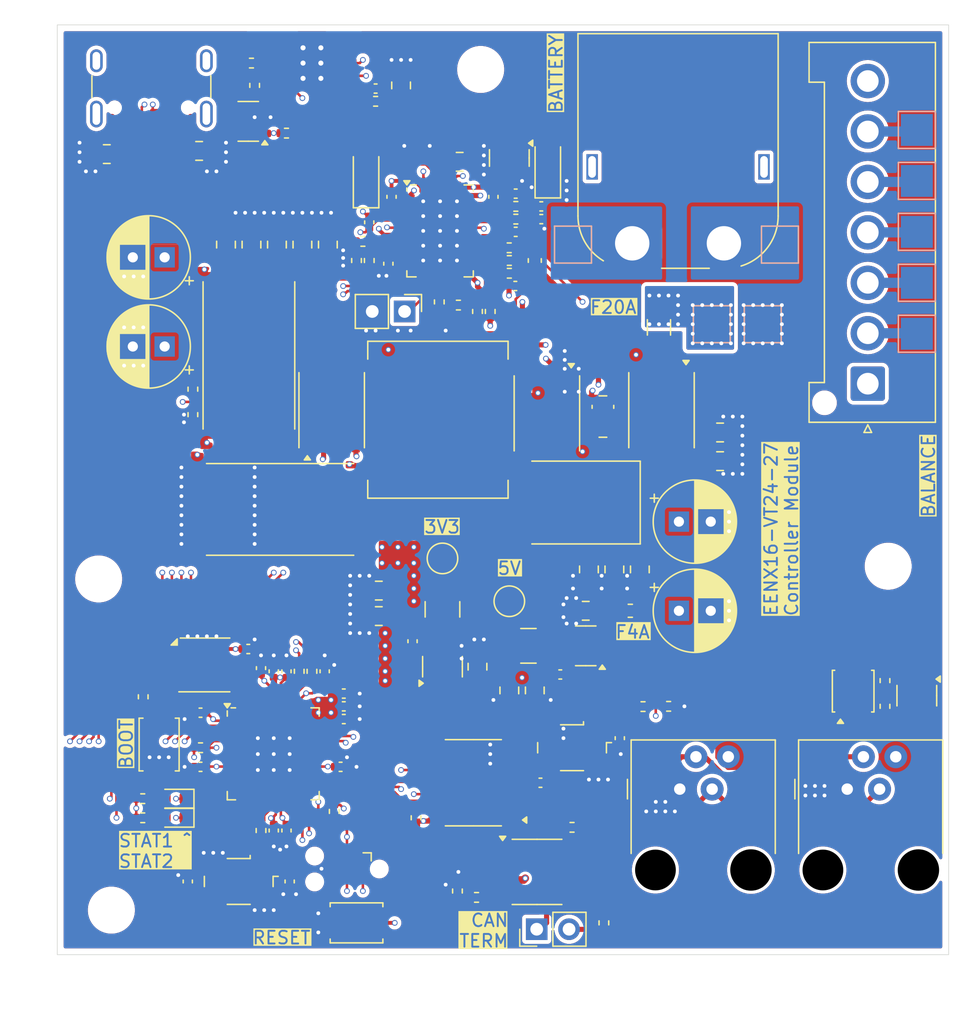
<source format=kicad_pcb>
(kicad_pcb (version 20240108) (generator "pcbnew") (generator_version "8.0")
  (layers (0 "F.Cu" signal) (1 "In1.Cu" signal) (2 "In2.Cu" signal) (31 "B.Cu" signal) (34 "B.Paste" user) (35 "F.Paste" user) (36 "B.SilkS" user "B.Silkscreen") (37 "F.SilkS" user "F.Silkscreen") (38 "B.Mask" user) (39 "F.Mask" user) (44 "Edge.Cuts" user))
  (net 0 "")
  (net 1 "GND")
  (net 2 "+5V")
  (net 3 "+3V3")
  (net 4 "/Microcontroller/XIN")
  (net 5 "/Microcontroller/XOUT_R")
  (net 6 "+1V1")
  (net 7 "Net-(U401-SW)")
  (net 8 "/USBC/VDDCH")
  (net 9 "/Microcontroller/SWCLK")
  (net 10 "Net-(U401-BST)")
  (net 11 "/Microcontroller/SWD")
  (net 12 "/Battery/BATT_RAW")
  (net 13 "/Microcontroller/~{RESET}")
  (net 14 "/STAT1_OUT")
  (net 15 "Net-(U402-SW)")
  (net 16 "Net-(U402-BST)")
  (net 17 "+SYSTEM")
  (net 18 "/Battery/BST1")
  (net 19 "/Battery/SW1")
  (net 20 "/Battery/SW2")
  (net 21 "/Battery/BST2")
  (net 22 "/Battery/CSP")
  (net 23 "/Microcontroller/FLASH_~{CS}")
  (net 24 "/Microcontroller/RP2040_D+")
  (net 25 "/Microcontroller/RP2040_D-")
  (net 26 "/Microcontroller/XOUT")
  (net 27 "Net-(C425-Pad2)")
  (net 28 "/STAT2_OUT")
  (net 29 "/Microcontroller/FLASH_IO0")
  (net 30 "/Microcontroller/FLASH_CLK")
  (net 31 "/Microcontroller/FLASH_IO2")
  (net 32 "/Microcontroller/FLASH_IO1")
  (net 33 "/Microcontroller/FLASH_IO3")
  (net 34 "Net-(C426-Pad1)")
  (net 35 "/~{CFG1}")
  (net 36 "/Microcontroller/GPIO21")
  (net 37 "/PG")
  (net 38 "/Microcontroller/GPIO9")
  (net 39 "/Microcontroller/GPIO15")
  (net 40 "/Microcontroller/GPIO29_ADC3")
  (net 41 "/Microcontroller/GPIO4")
  (net 42 "/CFG3")
  (net 43 "/CFG2")
  (net 44 "/Microcontroller/GPIO12")
  (net 45 "/Microcontroller/GPIO13")
  (net 46 "/Microcontroller/GPIO25")
  (net 47 "/Microcontroller/GPIO8")
  (net 48 "/Microcontroller/GPIO7")
  (net 49 "/Microcontroller/GPIO23")
  (net 50 "/Microcontroller/GPIO28_ADC2")
  (net 51 "/Microcontroller/GPIO24")
  (net 52 "/Microcontroller/GPIO6")
  (net 53 "/Microcontroller/GPIO5")
  (net 54 "/Microcontroller/GPIO20")
  (net 55 "/VBUS_MONITOR")
  (net 56 "/BATTERY_MONITOR")
  (net 57 "/Microcontroller/GPIO22")
  (net 58 "/Microcontroller/GPIO14")
  (net 59 "VBUS")
  (net 60 "/Battery/BGATE")
  (net 61 "Net-(C428-Pad1)")
  (net 62 "Net-(C429-Pad1)")
  (net 63 "/Battery/Vfb_minmax")
  (net 64 "/Battery/FBG")
  (net 65 "/Battery/VC")
  (net 66 "/Battery/CSOUT")
  (net 67 "/Battery/SENSBOT")
  (net 68 "/Battery/SENSGND")
  (net 69 "Net-(U502-OSC2)")
  (net 70 "/Battery/INTVcc")
  (net 71 "/Battery/Vfb")
  (net 72 "Net-(U502-OSC1)")
  (net 74 "Net-(D405-A)")
  (net 75 "Net-(Q401B-D)")
  (net 76 "Net-(D406-A)")
  (net 77 "Net-(Q401A-S)")
  (net 78 "/Battery/BAT")
  (net 79 "Net-(F402-Pad2)")
  (net 88 "/USBC/CC1")
  (net 89 "/USBC/CC2")
  (net 90 "Net-(J401-Pin_2)")
  (net 91 "Net-(J401-Pin_1)")
  (net 92 "Net-(J402-Pin_4)")
  (net 94 "Net-(J402-Pin_5)")
  (net 96 "Net-(J402-Pin_2)")
  (net 97 "Net-(J402-Pin_3)")
  (net 98 "Net-(J402-Pin_6)")
  (net 99 "/Battery/NTC")
  (net 100 "/CAN_bus/CANL")
  (net 101 "/CAN_bus/CANH")
  (net 102 "Net-(J501-Pad4)")
  (net 103 "Net-(JP501-B)")
  (net 104 "Net-(Q301-D)")
  (net 105 "/Battery/BG1")
  (net 106 "/Battery/TG1")
  (net 107 "/Battery/BG2")
  (net 108 "/Battery/TG2")
  (net 109 "Net-(Q403-D)")
  (net 110 "Net-(Q501-G)")
  (net 111 "Net-(Q502-D)")
  (net 112 "/CAN_bus/POWER_OUT_EN")
  (net 113 "Net-(R202-Pad1)")
  (net 114 "Net-(U301-VBUS)")
  (net 115 "/Battery/SENSTOP")
  (net 116 "Net-(R403-Pad2)")
  (net 117 "/Battery/SHDN")
  (net 118 "/Battery/CSN")
  (net 119 "/Battery/RT")
  (net 120 "/Battery/ITH")
  (net 121 "Net-(U502-RXCAN)")
  (net 122 "Net-(U501-RXD)")
  (net 123 "Net-(U501-Rs)")
  (net 124 "Net-(U502-~{RESET})")
  (net 126 "/Battery/SENSVin")
  (net 128 "Net-(U501-TXD)")
  (net 138 "Net-(U301-DM)")
  (net 139 "/USB_D-")
  (net 140 "/USB_D+")
  (net 141 "/SCK")
  (net 142 "/~{CS}")
  (net 143 "/MISO")
  (net 144 "/MOSI")
  (net 145 "/~{INT}")
  (footprint "Capacitor_SMD:C_0402_1005Metric" (layer "F.Cu") (at 112.75 134.75 -90)
    (property "Reference" "C212" (hide yes))
    (property "Value" "100n")
  )
  (footprint "Resistor_SMD:R_0402_1005Metric" (layer "F.Cu") (at 106 128.25)
    (property "Reference" "R303" (hide yes))
    (property "Value" "10k")
  )
  (footprint "Resistor_SMD:R_0402_1005Metric" (layer "F.Cu") (at 130.76 86.75)
    (property "Reference" "R414" (hide yes))
    (property "Value" "56k")
  )
  (footprint "Capacitor_SMD:C_0805_2012Metric" (layer "F.Cu") (at 138.5 114.25 -90)
    (property "Reference" "C410" (hide yes))
    (property "Value" "10u")
  )
  (footprint "Capacitor_SMD:C_0805_2012Metric" (layer "F.Cu") (at 146.8 105.75)
    (property "Reference" "C412" (hide yes))
    (property "Value" "10u")
  )
  (footprint "Capacitor_SMD:C_0805_2012Metric" (layer "F.Cu") (at 121.75 76.25 90)
    (property "Reference" "C303" (hide yes))
    (property "Value" "10u")
  )
  (footprint "Package_TO_SOT_SMD:TSOT-23-6" (layer "F.Cu") (at 125 121.8875 90)
    (property "Reference" "U401" (hide yes))
    (property "Value" "AP63203WU")
  )
  (footprint "Package_TO_SOT_SMD:SOT-23" (layer "F.Cu") (at 130.25 81.95 -90)
    (property "Reference" "D402" (hide yes))
    (property "Value" "BZX84C6V2L")
  )
  (footprint "Capacitor_SMD:C_0402_1005Metric" (layer "F.Cu") (at 105 138.75 -90)
    (property "Reference" "C214" (hide yes))
    (property "Value" "10p")
  )
  (footprint "Connector_PinHeader_2.54mm:PinHeader_1x02_P2.54mm_Vertical" (layer "F.Cu") (at 132.4 142.5 90)
    (property "Reference" "JP501" (hide yes))
    (property "Value" "Jumper_termination")
  )
  (footprint "Capacitor_SMD:C_0402_1005Metric" (layer "F.Cu") (at 113 138.75 90)
    (property "Reference" "C215" (hide yes))
    (property "Value" "10p")
  )
  (footprint "Diode_SMD:D_SMC" (layer "F.Cu") (at 135.62 109 180)
    (property "Reference" "D401" (hide yes))
    (property "Value" "MBRS360")
  )
  (footprint "Capacitor_SMD:C_0402_1005Metric" (layer "F.Cu") (at 130.75 84.75)
    (property "Reference" "C430" (hide yes))
    (property "Value" "68p")
  )
  (footprint "Package_SO:PowerPAK_SO-8_Dual" (layer "F.Cu") (at 133.2 102 -90)
    (property "Reference" "Q402" (hide yes))
    (property "Value" "Si7252DP")
  )
  (footprint "personal:R_Shunt_Vishay_WSR2_WSR3_KelvinConnection_4pins" (layer "F.Cu") (at 112.25 109.25 180)
    (property "Reference" "R402" (hide yes))
    (property "Value" "8m")
  )
  (footprint "Capacitor_SMD:C_0402_1005Metric" (layer "F.Cu") (at 110.75 122 90)
    (property "Reference" "C211" (hide yes))
    (property "Value" "100n")
  )
  (footprint "Connector_AMASS:AMASS_XT60PW-M_1x02_P7.20mm_Horizontal" (layer "F.Cu") (at 139.9 88.65)
    (property "Reference" "J401" (hide yes))
    (property "Value" "XT60")
  )
  (footprint "Resistor_SMD:R_0402_1005Metric" (layer "F.Cu") (at 130.76 85.75)
    (property "Reference" "R415" (hide yes))
    (property "Value" "47k")
  )
  (footprint "LED_SMD:LED_0603_1608Metric" (layer "F.Cu") (at 104 133.75 180)
    (property "Reference" "D406" (hide yes))
    (property "Value" "LED-GREEN")
  )
  (footprint "Capacitor_SMD:C_0805_2012Metric" (layer "F.Cu") (at 140.5 114.25 -90)
    (property "Reference" "C409" (hide yes))
    (property "Value" "10u")
  )
  (footprint "Resistor_SMD:R_0402_1005Metric" (layer "F.Cu") (at 119.25 90 90)
    (property "Reference" "R404" (hide yes))
    (property "Value" "105k")
  )
  (footprint "Capacitor_SMD:C_0402_1005Metric" (layer "F.Cu") (at 130.75 87.75)
    (property "Reference" "C431" (hide yes))
    (property "Value" "100p")
  )
  (footprint "MountingHole:MountingHole_3.2mm_M3" (layer "F.Cu") (at 99 141)
    (property "Reference" "H104" (hide yes))
    (property "Value" "MountingHole")
  )
  (footprint "Resistor_SMD:R_0402_1005Metric" (layer "F.Cu") (at 118.75 88.5 180)
    (property "Reference" "R413" (hide yes))
    (property "Value" "100k")
  )
  (footprint "Connector_RJ:RJ9_Evercom_5301-440xxx_Horizontal" (layer "F.Cu") (at 156.785 131.5)
    (property "Reference" "J502" (hide yes))
    (property "Value" "RJ9")
  )
  (footprint "Package_SO:TSSOP-20_4.4x6.5mm_P0.65mm" (layer "F.Cu") (at 127.425 131 180)
    (property "Reference" "U502" (hide yes))
    (property "Value" "MCP2515-xST")
  )
  (footprint "Resistor_SMD:R_0402_1005Metric" (layer "F.Cu") (at 128.75 94 90)
    (property "Reference" "R405" (hide yes))
    (property "Value" "215k")
  )
  (footprint "Resistor_SMD:R_0402_1005Metric" (layer "F.Cu") (at 110 74.5)
    (property "Reference" "R302" (hide yes))
    (property "Value" "10k")
  )
  (footprint "Capacitor_SMD:C_0402_1005Metric" (layer "F.Cu") (at 132.76 86.75)
    (property "Reference" "C428" (hide yes))
    (property "Value" "10n")
  )
  (footprint "Capacitor_SMD:C_0805_2012Metric" (layer "F.Cu") (at 98.64 81.645 180)
    (property "Reference" "C302" (hide yes))
    (property "Value" "10u")
  )
  (footprint "Capacitor_SMD:C_0402_1005Metric" (layer "F.Cu") (at 106 125.5 180)
    (property "Reference" "C207" (hide yes))
    (property "Value" "100n")
  )
  (footprint "Resistor_SMD:R_0402_1005Metric" (layer "F.Cu") (at 110.75 134.75 90)
    (property "Reference" "R205" (hide yes))
    (property "Value" "1k")
  )
  (footprint "Capacitor_SMD:C_0402_1005Metric" (layer "F.Cu") (at 117.25 125)
    (property "Reference" "C204" (hide yes))
    (property "Value" "100n")
  )
  (footprint "Resistor_SMD:R_0402_1005Metric" (layer "F.Cu") (at 105.4 100.1 -90)
    (property "Reference" "R421" (hide yes))
    (property "Value" "10k")
  )
  (footprint "MountingHole:MountingHole_3.2mm_M3" (layer "F.Cu") (at 128 75)
    (property "Reference" "H102" (hide yes))
    (property "Value" "MountingHole")
  )
  (footprint "Crystal:Crystal_SMD_Abracon_ABM3B-4Pin_5.0x3.2mm" (layer "F.Cu") (at 109 138.75 180)
    (property "Reference" "Y201" (hide yes))
    (property "Value" "12M")
  )
  (footprint "Inductor_SMD:L_1210_3225Metric" (layer "F.Cu") (at 125 117.3875 90)
    (property "Reference" "L401" (hide yes))
    (property "Value" "4u7")
  )
  (footprint "Capacitor_THT:CP_Radial_D6.3mm_P2.50mm" (layer "F.Cu") (at 103.18238 89.75 180)
    (property "Reference" "C402" (hide yes))
    (property "Value" "56u")
  )
  (footprint "WCH:ESSOP10" (layer "F.Cu") (at 114.75 74.5 90)
    (property "Reference" "U301" (hide yes))
    (property "Value" "CH224K")
  )
  (footprint "LED_SMD:LED_0603_1608Metric" (layer "F.Cu") (at 104 132.25 180)
    (property "Reference" "D405" (hide yes))
    (property "Value" "LED-GREEN")
  )
  (footprint "Capacitor_SMD:C_0805_2012Metric" (layer "F.Cu") (at 132.25 123.75 -90)
    (property "Reference" "C421" (hide yes))
    (property "Value" "22u")
  )
  (footprint "Package_SON:WSON-8-1EP_4x4mm_P0.8mm_EP2.2x3mm" (layer "F.Cu") (at 106.3 121.75)
    (property "Reference" "U201" (hide yes))
    (property "Value" "W25Q64JVXGIQ")
  )
  (footprint "Resistor_SMD:R_0402_1005Metric" (layer "F.Cu") (at 118.25 90 -90)
    (property "Reference" "R410" (hide yes))
    (property "Value" "10k")
  )
  (footprint "Capacitor_SMD:C_0603_1608Metric" (layer "F.Cu") (at 132.25 90 -90)
    (property "Reference" "C425" (hide yes))
    (property "Value" "2u2")
  )
  (footprint "Package_SO:Vishay_PowerPAK_1212-8_Single" (layer "F.Cu") (at 157.25 123.8075 90)
    (property "Reference" "Q501" (hide yes))
    (property "Value" "Si7461DP")
  )
  (footprint "Resistor_SMD:R_0402_1005Metric" (layer "F.Cu") (at 142.76 125 180)
    (property "Reference" "R419" (hide yes))
    (property "Value" "1k")
  )
  (footprint "Resistor_SMD:R_0402_1005Metric" (layer "F.Cu") (at 126.25 93.5)
    (property "Reference" "R412" (hide yes))
    (property "Value" "24k9")
  )
  (footprint "Capacitor_SMD:C_0805_2012Metric" (layer "F.Cu") (at 112 88.75 90)
    (property "Reference" "C404" (hide yes))
    (property "Value" "10u")
  )
  (footprint "Diode_SMD:D_SOD-123" (layer "F.Cu") (at 133.2725 82.7275 90)
    (property "Reference" "D404" (hide yes))
    (property "Value" "SBR0560S1")
  )
  (footprint "Button_Switch_SMD:SW_Push_SPST_NO_Alps_SKRK" (layer "F.Cu") (at 118.25 142 180)
    (property "Reference" "SW201" (hide yes))
    (property "Value" "SW_Push")
  )
  (footprint "Capacitor_SMD:C_0402_1005Metric" (layer "F.Cu") (at 111.75 134.75 -90)
    (property "Reference" "C209" (hide yes))
    (property "Value" "100n")
  )
  (footprint "TestPoint:TestPoint_Pad_D2.0mm" (layer "F.Cu") (at 125 113.3875 90)
    (property "Reference" "TP401" (hide yes))
    (property "Value" "TP3V3")
  )
  (footprint "Package_SO:PowerPAK_SO-8_Single" (layer "F.Cu") (at 142.2 101.75 -90)
    (property "Reference" "Q403" (hide yes))
    (property "Value" "Si7461DP")
  )
  (footprint "Resistor_SMD:R_0402_1005Metric" (layer "F.Cu") (at 116.5 133.25 -90)
    (property "Reference" "R201" (hide yes))
    (property "Value" "10k")
  )
  (footprint "Package_SO:SOIC-8_3.9x4.9mm_P1.27mm" (layer "F.Cu") (at 132.425 138)
    (property "Reference" "U501" (hide yes))
    (property "Value" "MCP2551-I-SN")
  )
  (footprint "Capacitor_SMD:C_0805_2012Metric" (layer "F.Cu") (at 108 88.75 90)
    (property "Reference" "C407" (hide yes))
    (property "Value" "10u")
  )
  (footprint "Resistor_SMD:R_0402_1005Metric" (layer "F.Cu") (at 159.75 122.98 -90)
    (property "Reference" "R501" (hide yes))
    (property "Value" "10k")
  )
  (footprint "Package_DFN_QFN:QFN-56-1EP_7x7mm_P0.4mm_EP3.2x3.2mm" (layer "F.Cu") (at 111.71 128.73)
    (property "Reference" "U202" (hide yes))
    (property "Value" "RP2040")
  )
  (footprint "Capacitor_SMD:C_0402_1005Metric" (layer "F.Cu") (at 130.72 92 180)
    (property "Reference" "C426" (hide yes))
    (property "Value" "1n")
  )
  (footprint "Resistor_SMD:R_0402_1005Metric" (layer "F.Cu") (at 127.675 140 180)
    (property "Reference" "R504" (hide yes))
    (property "Value" "5k1")
  )
  (footprint "Package_TO_SOT_SMD:TSOT-23-6" (layer "F.Cu") (at 136.25 120.25 180)
    (property "Reference" "U402" (hide yes))
    (property "Value" "AP63205WU")
  )
  (footprint "Package_SO:PowerPAK_SO-8_Dual" (layer "F.Cu") (at 116.3 101.75 90)
    (property "Reference" "Q401" (hide yes))
    (property "Value" "Si7252DP")
  )
  (footprint "Resistor_SMD:R_0402_1005Metric" (layer "F.Cu") (at 130.25 91)
    (property "Reference" "R408" (hide yes))
    (property "Value" "100")
  )
  (footprint "Connector_RJ:RJ9_Evercom_5301-440xxx_Horizontal" (layer "F.Cu") (at 143.635 131.5)
    (property "Reference" "J501" (hide yes))
    (property "Value" "RJ9")
  )
  (footprint "Resistor_SMD:R_0402_1005Metric" (layer "F.Cu") (at 101.4625 132.25)
    (property "Reference" "R416" (hide yes))
    (property "Value" "1k")
  )
  (footprint "Connector_JST:JST_VH_B7P-VH-FB-B_1x07_P3.96mm_Vertical" (layer "F.Cu") (at 158.4 99.67 90)
    (property "Reference" "J402" (hide yes))
    (property "Value" "Conn_balance")
  )
  (footprint "Connector:Tag-Connect_TC2030-IDC-NL_2x03_P1.27mm_Vertical" (layer "F.Cu") (at 117.5 137.77 180)
    (property "Reference" "J201" (hide yes))
    (property "Value" "TagConnect_SWD")
  )
  (footprint "Resistor_SMD:R_0402_1005Metric" (layer "F.Cu") (at 124.75 93.25 90)
    (property "Reference" "R406" (hide yes))
    (property "Value" "215k")
  )
  (footprint "personal:R_Shunt_Vishay_WSR2_WSR3_KelvinConnection_4pins" (layer "F.Cu") (at 109.51 97.45 -90)
    (property "Reference" "R401" (hide yes))
    (property "Value" "8m")
  )
  (footprint "Capacitor_SMD:C_0805_2012Metric" (layer "F.Cu") (at 130.25 123.75 -90)
    (property "Reference" "C422" (hide yes))
    (property "Value" "22u")
  )
  (footprint "Capacitor_SMD:C_0402_1005Metric" (layer "F.Cu") (at 122.65 119.8875 -90)
    (property "Reference" "C401" (hide yes))
    (property "Value" "100n")
  )
  (footprint "Capacitor_SMD:C_0402_1005Metric" (layer "F.Cu") (at 115.75 122.25 90)
    (property "Reference" "C210" (hide yes))
    (property "Value" "1u")
  )
  (footprint "Capacitor_SMD:C_0402_1005Metric" (layer "F.Cu") (at 119.25 87 90)
    (property "Reference" "C433" (hide yes))
    (property "Value" "33n")
  )
  (footprint "Capacitor_SMD:C_0805_2012Metric" (layer "F.Cu") (at 105.89 81.395)
    (property "Reference" "C301" (hide yes))
    (property "Value" "10u")
  )
  (footprint "Fuse:Fuse_1206_3216Metric" (layer "F.Cu") (at 142 95.25 90)
    (property "Reference" "F402" (hide yes))
    (property "Value" "20A")
  )
  (footprint "Resistor_SMD:R_Shunt_Vishay_WSKW0612" (layer "F.Cu") (at 137.6 102.25 90)
    (property "Reference" "R407" (hide yes))
    (property "Value" "2m")
  )
  (footprint "Capacitor_SMD:C_0805_2012Metric" (layer "F.Cu") (at 146.8 103.5)
    (property "Reference" "C413" (hide yes))
    (property "Value" "10u")
  )
  (footprint "Resistor_SMD:R_0402_1005Metric" (layer "F.Cu") (at 105.4 102.1 90)
    (property "Reference" "R418" (hide yes))
    (property "Value" "1k")
  )
  (footprint "Resistor_SMD:R_0402_1005Metric" (layer "F.Cu") (at 114.75 122.25 -90)
    (property "Reference" "R204" (hide yes))
    (property "Value" "27")
  )
  (footprint "Capacitor_SMD:C_0805_2012Metric" (layer "F.Cu") (at 127.75 121.8875 90)
    (property "Reference" "C416" (hide yes))
    (property "Value" "10u")
  )
  (footprint "Button_Switch_SMD:SW_Push_SPST_NO_Alps_SKRK" (layer "F.Cu") (at 102.75 128 90)
    (property "Reference" "SW202" (hide yes))
    (property "Value" "SW_Push")
  )
  (footprint "Resistor_SMD:R_0402_1005Metric" (layer "F.Cu") (at 119.75 77.5 180)
    (property "Reference" "R301" (hide yes))
    (property "Value" "1k")
  )
  (footprint "Capacitor_SMD:C_0805_2012Metric" (layer "F.Cu") (at 114 88.75 90)
    (property "Reference" "C405" (hide yes))
    (property "Value" "10u")
  )
  (footprint "Resistor_SMD:R_0402_1005Metric" (layer "F.Cu") (at 159.75 125 -90)
    (property "Reference" "R502" (hide yes))
    (property "Value" "5k1")
  )
  (footprint "Capacitor_SMD:C_0402_1005Metric" (layer "F.Cu") (at 117.25 126)
    (property "Reference" "C202" (hide yes))
    (property "Value" "100n")
  )
  (footprint "Connector_PinHeader_2.54mm:PinHeader_1x02_P2.54mm_Vertical" (layer "F.Cu") (at 122.025 94 -90)
    (property "Reference" "J403" (hide yes))
    (property "Value" "Conn_NTC")
  )
  (footprint "Capacitor_SMD:C_0402_1005Metric" (layer "F.Cu") (at 132.76 85.75)
    (property "Reference" "C429" (hide yes))
    (property "Value" "680p")
  )
  (footprint "Capacitor_SMD:C_0402_1005Metric" (layer "F.Cu") (at 120.75 90.25 -90)
    (property "Reference" "C432" (hide yes))
    (property "Value" "100n")
  )
  (footprint "Resistor_SMD:R_0402_1005Metric" (layer "F.Cu") (at 113.75 122.25 -90)
    (property "Reference" "R203" (hide yes))
    (property "Value" "27")
  )
  (footprint "Capacitor_SMD:C_0402_1005Metric" (layer "F.Cu") (at 134.25 122.5)
    (property "Reference" "C419" (hide yes))
    (property "Value" "100n")
  )
  (footprint "Capacitor_SMD:C_0805_2012Metric" (layer "F.Cu") (at 136.25 117.5 180)
    (property "Reference" "C420" (hide yes))
    (property "Value" "10u")
  )
  (footprint "Capacitor_SMD:C_0805_2012Metric" (layer "F.Cu") (at 120 117.915 180)
    (property "Reference" "C418" (hide yes))
    (property "Value" "22u")
  )
  (footprint "Resistor_SMD:R_0402_1005Metric" (layer "F.Cu") (at 101.5 124.25 90)
    (property "Reference" "R202" (hide yes))
    (property "Value" "1k")
  )
  (footprint "Resistor_SMD:R_0402_1005Metric" (layer "F.Cu") (at 112.75 80)
    (property "Reference" "R305" (hide yes))
    (property "Value" "10k")
  )
  (footprint "Capacitor_SMD:C_0805_2012Metric" (layer "F.Cu") (at 136.5 114.25 -90)
    (property "Reference" "C411" (hide yes))
    (property "Value" "10u")
  )
  (footprint "Capacitor_SMD:C_0805_2012Metric" (layer "F.Cu") (at 110 88.75 90)
    (property "Reference" "C406" (hide yes))
    (property "Value" "10u")
  )
  (footprint "Capacitor_SMD:C_0402_1005Metric" (layer "F.Cu") (at 117.25 124)
    (property "Reference" "C203" (hide yes))
    (property "Value" "100n")
  )
  (footprint "Fuse:Fuse_0603_1608Metric" (layer "F.Cu") (at 139.75 117.5 180)
    (property "Reference" "F401" (hide yes))
    (property "Value" "5A")
  )
  (footprint "MountingHole:MountingHole_3.2mm_M3" (layer "F.Cu") (at 98 115)
    (property "Reference" "H103" (hide yes))
    (property "Value" "MountingHole")
  )
  (footprint "Capacitor_SMD:C_0402_1005Metric" (layer "F.Cu") (at 121 85 -90)
    (property "Reference" "C423" (hide yes))
    (property "Value" "1u")
  )
  (footprint "Package_TO_SOT_SMD:SOT-23-3" (layer "F.Cu") (at 162.25 124.1625 -90)
    (property "Reference" "Q502" (hide yes))
    (property "Value" "Q_NMOS_GSD")
  )
  (footprint "Inductor_SMD:L_Coilcraft_XAL1010-XXX" (layer "F.Cu") (at 124.6425 102.5)
    (property "Reference" "L402" (hide yes))
    (property "Value" "XAL1010-153MED")
  )
  (footprint "Package_DFN_QFN:QFN-38-1EP_5x7mm_P0.5mm_EP3.15x5.15mm_ThermalVias" (layer "F.Cu") (at 124.8125 87.675)
    (property "Reference" "U403" (hide yes))
    (property "Value" "LTC4020")
  )
  (footprint "Resistor_SMD:R_0402_1005Metric" (layer "F.Cu") (at 101.4625 133.75)
    (property "Reference" "R417" (hide yes))
    (property "Value" "1k")
  )
  (footprint "Resistor_SMD:R_0402_1005Metric" (layer "F.Cu") (at 130.24 89)
    (property "Reference" "R403" (hide yes))
    (property "Value" "100")
  )
  (footprint "Resistor_SMD:R_0402_1005Metric" (layer "F.Cu") (at 126.175 139.5 90)
    (property "Reference" "R505" (hide yes))
    (property "Value" "10k")
  )
  (footprint "Connector_USB:USB_C_Receptacle_GCT_USB4105-xx-A_16P_TopMnt_Horizontal" (layer "F.Cu") (at 102.14 75.395 180)
    (property "Reference" "J301" (hide yes))
    (property "Value" "USB_C_Receptacle_USB2.0_16P")
  )
  (footprint "Resistor_SMD:R_0402_1005Metric" (layer "F.Cu") (at 137.675 142 90)
    (property "Reference" "R503" (hide yes))
    (property "Value" "120")
  )
  (footprint "Capacitor_SMD:C_0805_2012Metric" (layer "F.Cu") (at 116 88.75 90)
    (property "Reference" "C408" (hide yes))
    (property "Value" "10u")
  )
  (footprint "Capacitor_THT:CP_Radial_D6.3mm_P2.50mm" (layer "F.Cu") (at 103.18238 96.75 180)
    (property "Reference" "C403" (hide yes))
    (property "Value" "56u")
  )
  (footprint "Capacitor_SMD:C_0402_1005Metric" (layer "F.Cu") (at 138.925 127.5 90)
    (property "Reference" "C502" (hide yes))
    (property "Value" "10p")
  )
  (footprint "Capacitor_SMD:C_0402_1005Metric" (layer "F.Cu") (at 111.75 122.25 90)
    (property "Reference" "C206" (hide yes))
    (property "Value" "100n")
  )
  (footprint "Capacitor_SMD:C_0805_2012Metric" (layer "F.Cu") (at 120 115.915 180)
    (property "Reference" "C417" (hide yes))
    (property "Value" "22u")
  )
  (footprint "Inductor_SMD:L_1210_3225Metric" (layer "F.Cu") (at 131.75 120.25 180)
    (property "Reference" "L403" (hide yes))
    (property "Value" "4u7")
  )
  (footprint "Resistor_SMD:R_0402_1005Metric" (layer "F.Cu") (at 135.175 134.5 180)
    (property "Reference" "R506" (hide yes))
    (property "Value" "10k")
  )
  (footprint "Resistor_SMD:R_0402_1005Metric" (layer "F.Cu") (at 130.25 90 180)
    (property "Reference" "R409" (hide yes))
    (property "Value" "4R7")
  )
  (footprint "Capacitor_SMD:C_0402_1005Metric" (layer "F.Cu") (at 129 85 90)
    (property "Reference" "C424" (hide yes))
    (property "Value" "1u")
  )
  (footprint "Resistor_SMD:R_0402_1005Metric" (layer "F.Cu") (at 127.75 94 -90)
    (property "Reference" "R411" (hide yes))
    (property "Value" "24k9")
  )
  (footprint "Capacitor_SMD:C_0402_1005Metric" (layer "F.Cu") (at 112.75 122.25 90)
    (property "Reference" "C205" (hide yes))
    (property "Value" "100n")
  )
  (footprint "Package_TO_SOT_SMD:SOT-23-3" (layer "F.Cu") (at 109.75 79.075 180)
    (property "Reference" "Q301" (hide yes))
    (property "Value" "Q_NMOS_GSD")
  )
  (footprint "Capacitor_SMD:C_0402_1005Metric" (layer "F.Cu") (at 106 129.75 180)
    (property "Reference" "C208" (hide yes))
    (property "Value" "100n")
  )
  (footprint "MountingHole:MountingHole_3.2mm_M3" (layer "F.Cu") (at 160 114)
    (property "Reference" "H101" (hide yes))
    (property "Value" "MountingHole")
  )
  (footprint "Capacitor_SMD:C_0402_1005Metric" (layer "F.Cu") (at 119.75 76.5)
    (property "Reference" "C304" (hide yes))
    (property "Value" "1u")
  )
  (footprint "Capacitor_SMD:C_0402_1005Metric" (layer "F.Cu") (at 132.695 131)
    (property "Reference" "C501" (hide yes))
    (property "Value" "10p")
  )
  (footprint "Resistor_SMD:R_0402_1005Metric" (layer "F.Cu") (at 110.25 76.25 90)
    (property "Reference" "R304" (hide yes))
    (property "Value" "10k")
  )
  (footprint "Capacitor_SMD:C_0402_1005Metric" (layer "F.Cu") (at 109.75 120.5)
    (property "Reference" "C213" (hide yes))
    (property "Value" "100n")
  )
  (footprint "Resistor_SMD:R_0402_1005Metric" (layer "F.Cu") (at 122.925 133.75 90)
    (property "Reference" "R507" (hide yes))
    (property "Value" "10k")
  )
  (footprint "Resistor_SMD:R_0402_1005Metric" (layer "F.Cu") (at 140.75 125.02)
    (property "Reference" "R420" (hide yes))
    (property "Value" "10k")
  )
  (footprint "Crystal:Crystal_SMD_Abracon_ABM3B-4Pin_5.0x3.2mm" (layer "F.Cu") (at 135.175 128.25 180)
    (property "Reference" "Y501" (hide yes))
    (property "Value" "8M")
  )
  (footprint "Capacitor_SMD:C_0805_2012Metric" (layer "F.Cu") (at 126.35 82.25)
    (property "Reference" "C427" (hide yes))
    (property "Value" "10u")
  )
  (footprint "Diode_SMD:D_SOD-123" (layer "F.Cu") (at 119 83.5 90)
    (property "Reference" "D403" (hide yes))
    (property "Value" "SBR0560S1")
  )
  (footprint "TestPoint:TestPoint_Pad_D2.0mm" (layer "F.Cu") (at 130.25 116.75 180)
    (property "Reference" "TP402" (hide yes))
    (property "Value" "TP5V")
  )
  (footprint "Capacitor_THT:CP_Radial_D6.3mm_P2.50mm" (layer "F.Cu") (at 143.567621 117.5)
    (property "Reference" "C415" (hide yes))
    (property "Value" "56u")
  )
  (footprint "Capacitor_THT:CP_Radial_D6.3mm_P2.50mm" (layer "F.Cu") (at 143.567621 110.5)
    (property "Reference" "C414" (hide yes))
    (property "Value" "56u")
  )
  (footprint "Capacitor_SMD:C_0402_1005Metric" (layer "F.Cu") (at 117 129.75)
    (property "Reference" "C201" (hide yes))
    (property "Value" "100n")
  )
  (footprint "TestPoint:TestPoint_Pad_2.5x2.5mm" (layer "B.Cu") (at 162.25 95.75 180)
    (property "Reference" "TP411" (hide yes))
    (property "Value" "BAT_S1")
  )
  (footprint "TestPoint:TestPoint_Pad_2.5x2.5mm" (layer "B.Cu") (at 150.15 95 180)
    (property "Reference" "TP407" (hide yes))
    (property "Value" "BAT_PROT-")
  )
  (footprint "TestPoint:TestPoint_Pad_2.5x2.5mm" (layer "B.Cu") (at 162.25 83.75 180)
    (property "Reference" "TP406" (hide yes))
    (property "Value" "BAT_S4")
  )
  (footprint "TestPoint:TestPoint_Pad_2.5x2.5mm" (layer "B.Cu") (at 146.15 95 180)
    (property "Reference" "TP404" (hide yes))
    (property "Value" "BAT_PROT+")
  )
  (footprint "TestPoint:TestPoint_Pad_2.5x2.5mm" (layer "B.Cu") (at 151.5 88.75 180)
    (property "Reference" "TP405" (hide yes))
    (property "Value" "BAT_UNPROT+")
  )
  (footprint "TestPoint:TestPoint_Pad_2.5x2.5mm" (layer "B.Cu") (at 162.25 87.75 180)
    (property "Reference" "TP409" (hide yes))
    (property "Value" "BAT_S3")
  )
  (footprint "TestPoint:TestPoint_Pad_2.5x2.5mm" (layer "B.Cu") (at 162.25 79.75 180)
    (property "Reference" "TP403" (hide yes))
    (property "Value" "BAT_S5")
  )
  (footprint "TestPoint:TestPoint_Pad_2.5x2.5mm" (layer "B.Cu") (at 135.25 88.75 180)
    (property "Reference" "TP408" (hide yes))
    (property "Value" "BAT_UNPROT-")
  )
  (footprint "TestPoint:TestPoint_Pad_2.5x2.5mm" (layer "B.Cu") (at 162.25 91.75 180)
    (property "Reference" "TP410" (hide yes))
    (property "Value" "BAT_S2")
  )
  (gr_rect (start 94.75 71.5) (end 164.75 144.5) (stroke (width 0.05)) (fill none) (layer "Edge.Cuts"))
  (gr_text "F4A" (at 138.5 119.75 0) (layer "F.SilkS" knockout) (effects (font (size 1 1)) (justify left bottom)))
  (gr_text "BOOT" (at 100.75 130 90) (layer "F.SilkS" knockout) (effects (font (size 1 1)) (justify left bottom)))
  (gr_text "STAT1 ^\nSTAT2" (at 99.5 137.75 0) (layer "F.SilkS" knockout) (effects (font (size 1 1)) (justify left bottom)))
  (gr_text "BALANCE" (at 163.75 110.25 90) (layer "F.SilkS" knockout) (effects (font (size 1 1)) (justify left bottom)))
  (gr_text "3V3" (at 123.5 111.5 0) (layer "F.SilkS" knockout) (effects (font (size 1 1)) (justify left bottom)))
  (gr_text "RESET" (at 110 143.75 0) (layer "F.SilkS" knockout) (effects (font (size 1 1)) (justify left bottom)))
  (gr_text "EENX16-VT24-27\nController Module" (at 153 118 90) (layer "F.SilkS" knockout) (effects (font (size 1 1)) (justify left bottom)))
  (gr_text "5V" (at 129.25 114.75 0) (layer "F.SilkS" knockout) (effects (font (size 1 1)) (justify left bottom)))
  (gr_text "BATTERY" (at 134.5 78.5 90) (layer "F.SilkS" knockout) (effects (font (size 1 1)) (justify left bottom)))
  (gr_text "F20A" (at 136.5 94.25 0) (layer "F.SilkS" knockout) (effects (font (size 1 1)) (justify left bottom)))
  (gr_text "CAN\nTERM" (at 130.25 144 0) (layer "F.SilkS" knockout) (effects (font (size 1 1)) (justify right bottom)))
  (segment (start 97.69 81.645) (end 98.94 80.395) (width 0.4) (layer "F.Cu") (net 1))
  (segment (start 98.94 80.395) (end 98.94 79.075) (width 0.4) (layer "F.Cu") (net 1))
  (segment (start 124.8125 84.2375) (end 124.8125 85.35) (width 0.2) (layer "F.Cu") (net 1))
  (segment (start 126.5625 85.925) (end 124.8125 87.675) (width 0.2) (layer "F.Cu") (net 1))
  (segment (start 105.34 79.895) (end 106.84 81.395) (width 0.4) (layer "F.Cu") (net 1))
  (segment (start 122.375 89.925) (end 123.4125 89.925) (width 0.2) (layer "F.Cu") (net 1))
  (segment (start 133.24 85.75) (end 133.24 86.75) (width 0.4) (layer "F.Cu") (net 1))
  (segment (start 121.555 89.925) (end 120.75 90.73) (width 0.2) (layer "F.Cu") (net 1))
  (segment (start 105.34 79.075) (end 105.34 79.895) (width 0.4) (layer "F.Cu") (net 1))
  (segment (start 124.8125 87.675) (end 123.0625 85.925) (width 0.2) (layer "F.Cu") (net 1))
  (segment (start 127.25 85.925) (end 126.5625 85.925) (width 0.2) (layer "F.Cu") (net 1))
  (segment (start 110.71 132.1675) (end 110.71 131.04) (width 0.2) (layer "F.Cu") (net 1))
  (segment (start 122.375 89.925) (end 121.555 89.925) (width 0.2) (layer "F.Cu") (net 1))
  (segment (start 123.8125 91.1125) (end 123.8125 90.325) (width 0.2) (layer "F.Cu") (net 1))
  (segment (start 123.4125 89.925) (end 123.4875 90) (width 0.2) (layer "F.Cu") (net 1))
  (segment (start 123.8125 90.325) (end 123.4875 90) (width 0.2) (layer "F.Cu") (net 1))
  (segment (start 123.0625 85.925) (end 122.375 85.925) (width 0.2) (layer "F.Cu") (net 1))
  (segment (start 143.27 125) (end 144 125) (width 0.3) (layer "F.Cu") (net 1))
  (via (at 104.25 138.25) (size 0.45) (drill 0.3) (layers "F.Cu" "B.Cu") (net 1))
  (via (at 134.75 83.75) (size 0.45) (drill 0.3) (layers "F.Cu" "B.Cu") (net 1))
  (via (at 106.5 83) (size 0.45) (drill 0.3) (layers "F.Cu" "B.Cu") (net 1))
  (via (at 111.75 128.75) (size 0.45) (drill 0.3) (layers "F.Cu" "B.Cu") (net 1))
  (via (at 115.5 137.75) (size 0.45) (drill 0.3) (layers "F.Cu" "B.Cu") (net 1))
  (via (at 110.25 108.5) (size 0.45) (drill 0.3) (layers "F.Cu" "B.Cu") (net 1))
  (via (at 141.75 132.5) (size 0.45) (drill 0.3) (layers "F.Cu" "B.Cu") (net 1))
  (via (at 97 83) (size 0.45) (drill 0.3) (layers "F.Cu" "B.Cu") (net 1))
  (via (at 147.5 109.75) (size 0.45) (drill 0.3) (layers "F.Cu" "B.Cu") (net 1))
  (via (at 128.25 81) (size 0.45) (drill 0.3) (layers "F.Cu" "B.Cu") (net 1))
  (via (at 111.75 86.25) (size 0.45) (drill 0.3) (layers "F.Cu" "B.Cu") (net 1))
  (via (at 119.25 119.25) (size 0.45) (drill 0.3) (layers "F.Cu" "B.Cu") (net 1))
  (via (at 148.55 105.25) (size 0.45) (drill 0.3) (layers "F.Cu" "B.Cu") (net 1))
  (via (at 111 86.25) (size 0.45) (drill 0.3) (layers "F.Cu" "B.Cu") (net 1))
  (via (at 150.15 93.5) (size 0.45) (drill 0.3) (layers "F.Cu" "B.Cu") (net 1))
  (via (at 117.2 89.2) (size 0.45) (drill 0.3) (layers "F.Cu" "B.Cu") (net 1))
  (via (at 108.75 86.25) (size 0.45) (drill 0.3) (layers "F.Cu" "B.Cu") (net 1))
  (via (at 135.7 100.3) (size 0.45) (drill 0.3) (layers "F.Cu" "B.Cu") (net 1))
  (via (at 115.75 121) (size 0.45) (drill 0.3) (layers "F.Cu" "B.Cu") (net 1))
  (via (at 117.75 117.75) (size 0.45) (drill 0.3) (layers "F.Cu" "B.Cu") (net 1))
  (via (at 150.15 96.5) (size 0.45) (drill 0.3) (layers "F.Cu" "B.Cu") (net 1))
  (via (at 101.5 91.25) (size 0.45) (drill 0.3) (layers "F.Cu" "B.Cu") (net 1))
  (via (at 132 84.25) (size 0.45) (drill 0.3) (layers "F.Cu" "B.Cu") (net 1))
  (via (at 102.75 129) (size 0.45) (drill 0.3) (layers "F.Cu" "B.Cu") (net 1))
  (via (at 121.75 74.25) (size 0.45) (drill 0.3) (layers "F.Cu" "B.Cu") (net 1))
  (via (at 110.25 86.25) (size 0.45) (drill 0.3) (layers "F.Cu" "B.Cu") (net 1))
  (via (at 106.5 119.5) (size 0.45) (drill 0.3) (layers "F.Cu" "B.Cu") (net 1))
  (via (at 115.25 141.25) (size 0.45) (drill 0.3) (layers "F.Cu" "B.Cu") (net 1))
  (via (at 100.75 98.25) (size 0.45) (drill 0.3) (layers "F.Cu" "B.Cu") (net 1))
  (via (at 134.6 98.5) (size 0.45) (drill 0.3) (layers "F.Cu" "B.Cu") (net 1))
  (via (at 133.5 124.5) (size 0.45) (drill 0.3) (layers "F.Cu" "B.Cu") (net 1))
  (via (at 128.25 82.5) (size 0.45) (drill 0.3) (layers "F.Cu" "B.Cu") (net 1))
  (via (at 117.75 115.5) (size 0.45) (drill 0.3) (layers "F.Cu" "B.Cu") (net 1))
  (via (at 134.75 84.5) (size 0.45) (drill 0.3) (layers "F.Cu" "B.Cu") (net 1))
  (via (at 117.75 116.25) (size 0.45) (drill 0.3) (layers "F.Cu" "B.Cu") (net 1))
  (via (at 110.25 107) (size 0.45) (drill 0.3) (layers "F.Cu" "B.Cu") (net 1))
  (via (at 147.5 111.25) (size 0.45) (drill 0.3) (layers "F.Cu" "B.Cu") (net 1))
  (via (at 110.5 130) (size 0.45) (drill 0.3) (layers "F.Cu" "B.Cu") (net 1))
  (via (at 112.75 136) (size 0.45) (drill 0.3) (layers "F.Cu" "B.Cu") (net 1))
  (via (at 105.75 119.5) (size 0.45) (drill 0.3) (layers "F.Cu" "B.Cu") (net 1))
  (via (at 134.6 97.1) (size 0.45) (drill 0.3) (layers "F.Cu" "B.Cu") (net 1))
  (via (at 125.25 139) (size 0.45) (drill 0.3) (layers "F.Cu" "B.Cu") (net 1))
  (via (at 104.5 112.25) (size 0.45) (drill 0.3) (layers "F.Cu" "B.Cu") (net 1))
  (via (at 111.75 130) (size 0.45) (drill 0.3) (layers "F.Cu" "B.Cu") (net 1))
  (via (at 134.75 116.5) (size 0.45) (drill 0.3) (layers "F.Cu" "B.Cu") (net 1))
  (via (at 119.75 95.5) (size 0.45) (drill 0.3) (layers "F.Cu" "B.Cu") (net 1))
  (via (at 148.55 103.75) (size 0.45) (drill 0.3) (layers "F.Cu" "B.Cu") (net 1))
  (via (at 104.5 111.5) (size 0.45) (drill 0.3) (layers "F.Cu" "B.Cu") (net 1))
  (via (at 148.65 94.25) (size 0.45) (drill 0.3) (layers "F.Cu" "B.Cu") (net 1))
  (via (at 96.5 82.25) (size 0.45) (drill 0.3) (layers "F.Cu" "B.Cu") (net 1))
  (via (at 106.25 136.5) (size 0.45) (drill 0.3) (layers "F.Cu" "B.Cu") (net 1))
  (via (at 112.5 139.75) (size 0.45) (drill 0.3) (layers "F.Cu" "B.Cu") (net 1))
  (via (at 111.5 78.75) (size 0.45) (drill 0.3) (layers "F.Cu" "B.Cu") (net 1))
  (via (at 151.65 95.75) (size 0.45) (drill 0.3) (layers "F.Cu" "B.Cu") (net 1))
  (via (at 149.4 93.5) (size 0.45) (drill 0.3) (layers "F.Cu" "B.Cu") (net 1))
  (via (at 151.65 93.5) (size 0.45) (drill 0.3) (layers "F.Cu" "B.Cu") (net 1))
  (via (at 119 95.5) (size 0.45) (drill 0.3) (layers "F.Cu" "B.Cu") (net 1))
  (via (at 136.5 130.75) (size 0.45) (drill 0.3) (layers "F.Cu" "B.Cu") (net 1))
  (via (at 135.7 98.5) (size 0.45) (drill 0.3) (layers "F.Cu" "B.Cu") (net 1))
  (via (at 147.5 117.5) (size 0.45) (drill 0.3) (layers "F.Cu" "B.Cu") (net 1))
  (via (at 117.5 129) (size 0.45) (drill 0.3) (layers "F.Cu" "B.Cu") (net 1))
  (via (at 151.65 95) (size 0.45) (drill 0.3) (layers "F.Cu" "B.Cu") (net 1))
  (via (at 110.25 106.25) (size 0.45) (drill 0.3) (layers "F.Cu" "B.Cu") (net 1))
  (via (at 129 124.5) (size 0.45) (drill 0.3) (layers "F.Cu" "B.Cu") (net 1))
  (via (at 103.5 129) (size 0.45) (drill 0.3) (layers "F.Cu" "B.Cu") (net 1))
  (via (at 147.5 110.5) (size 0.45) (drill 0.3) (layers "F.Cu" "B.Cu") (net 1))
  (via (at 121 74.25) (size 0.45) (drill 0.3) (layers "F.Cu" "B.Cu") (net 1))
  (via (at 149.4 96.5) (size 0.45) (drill 0.3) (layers "F.Cu" "B.Cu") (net 1))
  (via (at 108 80.75) (size 0.45) (drill 0.3) (layers "F.Cu" "B.Cu") (net 1))
  (via (at 100 98.25) (size 0.45) (drill 0.3) (layers "F.Cu" "B.Cu") (net 1))
  (via (at 116.5 121.75) (size 0.45) (drill 0.3) (layers "F.Cu" "B.Cu") (net 1))
  (via (at 117.75 114.75) (size 0.45) (drill 0.3) (layers "F.Cu" "B.Cu") (net 1))
  (via (at 117.75 118.5) (size 0.45) (drill 0.3) (layers "F.Cu" "B.Cu") (net 1))
  (via (at 148.65 93.5) (size 0.45) (drill 0.3) (layers "F.Cu" "B.Cu") (net 1))
  (via (at 110.5 127.5) (size 0.45) (drill 0.3) (layers "F.Cu" "B.Cu") (net 1))
  (via (at 110.5 128.75) (size 0.45) (drill 0.3) (layers "F.Cu" "B.Cu") (net 1))
  (via (at 128.25 83.25) (size 0.45) (drill 0.3) (layers "F.Cu" "B.Cu") (net 1))
  (via (at 110.25 110.75) (size 0.45) (drill 0.3) (layers "F.Cu" "B.Cu") (net 1))
  (via (at 126.5 120.25) (size 0.45) (drill 0.3) (layers "F.Cu" "B.Cu") (net 1))
  (via (at 134.5 117) (size 0.45) (drill 0.3) (layers "F.Cu" "B.Cu") (net 1))
  (via (at 128.75 128) (size 0.45) (drill 0.3) (layers "F.Cu" "B.Cu") (net 1))
  (via (at 143.25 133.25) (size 0.45) (drill 0.3) (layers "F.Cu" "B.Cu") (net 1))
  (via (at 118.5 126) (size 0.45) (drill 0.3) (layers "F.Cu" "B.Cu") (net 1))
  (via (at 101.5 98.25) (size 0.45) (drill 0.3) (layers "F.Cu" "B.Cu") (net 1))
  (via (at 155 131.25) (size 0.45) (drill 0.3) (layers "F.Cu" "B.Cu") (net 1))
  (via (at 147.5 118.25) (size 0.45) (drill 0.3) (layers "F.Cu" "B.Cu") (net 1))
  (via (at 108 81.5) (size 0.45) (drill 0.3) (layers "F.Cu" "B.Cu") (net 1))
  (via (at 117.75 119.25) (size 0.45) (drill 0.3) (layers "F.Cu" "B.Cu") (net 1))
  (via (at 110.75 121) (size 0.45) (drill 0.3) (layers "F.Cu" "B.Cu") (net 1))
  (via (at 125.25 95.5) (size 0.45) (drill 0.3) (layers "F.Cu" "B.Cu") (net 1))
  (via (at 134.75 85.25) (size 0.45) (drill 0.3) (layers "F.Cu" "B.Cu") (net 1))
  (via (at 116.25 86.25) (size 0.45) (drill 0.3) (layers "F.Cu" "B.Cu") (net 1))
  (via (at 134.6 97.8) (size 0.45) (drill 0.3) (layers "F.Cu" "B.Cu") (net 1))
  (via (at 147.8 102.25) (size 0.45) (drill 0.3) (layers "F.Cu" "B.Cu") (net 1))
  (via (at 148.65 95) (size 0.45) (drill 0.3) (layers "F.Cu" "B.Cu") (net 1))
  (via (at 142.5 132.5) (size 0.45) (drill 0.3) (layers "F.Cu" "B.Cu") (net 1))
  (via (at 110.25 110) (size 0.45) (drill 0.3) (layers "F.Cu" "B.Cu") (net 1))
  (via (at 139.5 115.75) (size 0.45) (drill 0.3) (layers "F.Cu" "B.Cu") (net 1))
  (via (at 118.5 114.75) (size 0.45) (drill 0.3) (layers "F.Cu" "B.Cu") (net 1))
  (via (at 110.25 112.25) (size 0.45) (drill 0.3) (layers "F.Cu" "B.Cu") (net 1))
  (via (at 134.75 118.5) (size 0.45) (drill 0.3) (layers "F.Cu" "B.Cu") (net 1))
  (via (at 134.6 100.3) (size 0.45) (drill 0.3) (layers "F.Cu" "B.Cu") (net 1))
  (via (at 111.75 127.5) (size 0.45) (drill 0.3) (layers "F.Cu" "B.Cu") (net 1))
  (via (at 104.7 102.7) (size 0.45) (drill 0.3) (layers "F.Cu" "B.Cu") (net 1))
  (via (at 115.5 86.25) (size 0.45) (drill 0.3) (layers "F.Cu" "B.Cu") (net 1))
  (via (at 104.5 107) (size 0.45) (drill 0.3) (layers "F.Cu" "B.Cu") (net 1))
  (via (at 122.5 74.25) (size 0.45) (drill 0.3) (layers "F.Cu" "B.Cu") (net 1))
  (via (at 133 87.5) (size 0.45) (drill 0.3) (layers "F.Cu" "B.Cu") (net 1))
  (via (at 119.25 114.75) (size 0.45) (drill 0.3) (layers "F.Cu" "B.Cu") (net 1))
  (via (at 118.5 125) (size 0.45) (drill 0.3) (layers "F.Cu" "B.Cu") (net 1))
  (via (at 100 95.25) (size 0.45) (drill 0.3) (layers "F.Cu" "B.Cu") (net 1))
  (via (at 148.55 103) (size 0.45) (drill 0.3) (layers "F.Cu" "B.Cu") (net 1))
  (via (at 128.25 81.75) (size 0.45) (drill 0.3) (layers "F.Cu" "B.Cu") (net 1))
  (via (at 153.5 131.25) (size 0.45) (drill 0.3) (layers "F.Cu" "B.Cu") (net 1))
  (via (at 151.65 96.5) (size 0.45) (drill 0.3) (layers "F.Cu" "B.Cu") (net 1))
  (via (at 111.75 141) (size 0.45) (drill 0.3) (layers "F.Cu" "B.Cu") (net 1))
  (via (at 154.25 131.25) (size 0.45) (drill 0.3) (layers "F.Cu" "B.Cu") (net 1))
  (via (at 101.5 95.25) (size 0.45) (drill 0.3) (layers "F.Cu" "B.Cu") (net 1))
  (via (at 141.75 133.25) (size 0.45) (drill 0.3) (layers "F.Cu" "B.Cu") (net 1))
  (via (at 134.5 127.5) (size 0.45) (drill 0.3) (layers "F.Cu" "B.Cu") (net 1))
  (via (at 131.25 83.75) (size 0.45) (drill 0.3) (layers "F.Cu" "B.Cu") (net 1))
  (via (at 126.25 138) (size 0.45) (drill 0.3) (layers "F.Cu" "B.Cu") (net 1))
  (via (at 113 128.75) (size 0.45) (drill 0.3) (layers "F.Cu" "B.Cu") (net 1))
  (via (at 137.25 130.75) (size 0.45) (drill 0.3) (layers "F.Cu" "B.Cu") (net 1))
  (via (at 135.25 114.75) (size 0.45) (drill 0.3) (layers "F.Cu" "B.Cu") (net 1))
  (via (at 110.25 78.75) (size 0.45) (drill 0.3) (layers "F.Cu" "B.Cu") (net 1))
  (via (at 128.25 119.75) (size 0.45) (drill 0.3) (layers "F.Cu" "B.Cu") (net 1))
  (via (at 135.5 118.5) (size 0.45) (drill 0.3) (layers "F.Cu" "B.Cu") (net 1))
  (via (at 135.25 115.75) (size 0.45) (drill 0.3) (layers "F.Cu" "B.Cu") (net 1))
  (via (at 113.5 139.75) (size 0.45) (drill 0.3) (layers "F.Cu" "B.Cu") (net 1))
  (via (at 104.5 107.75) (size 0.45) (drill 0.3) (layers "F.Cu" "B.Cu") (net 1))
  (via (at 134.5 118) (size 0.45) (drill 0.3) (layers "F.Cu" "B.Cu") (net 1))
  (via (at 117.75 117) (size 0.45) (drill 0.3) (layers "F.Cu" "B.Cu") (net 1))
  (via (at 104.75 129.75) (size 0.45) (drill 0.3) (layers "F.Cu" "B.Cu") (net 1))
  (via (at 122.5 95.5) (size 0.45) (drill 0.3) (layers "F.Cu" "B.Cu") (net 1))
  (via (at 110.25 107.75) (size 0.45) (drill 0.3) (layers "F.Cu" "B.Cu") (net 1))
  (via (at 134.5 126.75) (size 0.45) (drill 0.3) (layers "F.Cu" "B.Cu") (net 1))
  (via (at 144 125) (size 0.45) (drill 0.3) (layers "F.Cu" "B.Cu") (net 1))
  (via (at 107 136.5) (size 0.45) (drill 0.3) (layers "F.Cu" "B.Cu") (net 1))
  (via (at 113.25 86.25) (size 0.45) (drill 0.3) (layers "F.Cu" "B.Cu") (net 1))
  (via (at 111.75 121) (size 0.45) (drill 0.3) (layers "F.Cu" "B.Cu") (net 1))
  (via (at 147.05 102.25) (size 0.45) (drill 0.3) (layers "F.Cu" "B.Cu") (net 1))
  (via (at 110.25 111.5) (size 0.45) (drill 0.3) (layers "F.Cu" "B.Cu") (net 1))
  (via (at 96.5 80.75) (size 0.45) (drill 0.3) (layers "F.Cu" "B.Cu") (net 1))
  (via (at 104.5 110) (size 0.45) (drill 0.3) (layers "F.Cu" "B.Cu") (net 1))
  (via (at 117.2 90.4) (size 0.45) (drill 0.3) (layers "F.Cu" "B.Cu") (net 1))
  (via (at 107.25 119.5) (size 0.45) (drill 0.3) (layers "F.Cu" "B.Cu") (net 1))
  (via (at 141 133.25) (size 0.45) (drill 0.3) (layers "F.Cu" "B.Cu") (net 1))
  (via (at 118.5 124) (size 0.45) (drill 0.3) (layers "F.Cu" "B.Cu") (net 1))
  (via (at 100 91.25) (size 0.45) (drill 0.3) (layers "F.Cu" "B.Cu") (net 1))
  (via (at 96.5 81.5) (size 0.45) (drill 0.3) (layers "F.Cu" "B.Cu") (net 1))
  (via (at 100.75 95.25) (size 0.45) (drill 0.3) (layers "F.Cu" "B.Cu") (net 1))
  (via (at 147.05 106.75) (size 0.45) (drill 0.3) (layers "F.Cu" "B.Cu") (net 1))
  (via (at 138 130.75) (size 0.45) (drill 0.3) (layers "F.Cu" "B.Cu") (net 1))
  (via (at 147.5 116.75) (size 0.45) (drill 0.3) (layers "F.Cu" "B.Cu") (net 1))
  (via (at 113 130) (size 0.45) (drill 0.3) (layers "F.Cu" "B.Cu") (net 1))
  (via (at 124 81) (size 0.45) (drill 0.3) (layers "F.Cu" "B.Cu") (net 1))
  (via (at 118.5 119.25) (size 0.45) (drill 0.3) (layers "F.Cu" "B.Cu") (net 1))
  (via (at 104.5 110.75) (size 0.45) (drill 0.3) (layers "F.Cu" "B.Cu") (net 1))
  (via (at 104.75 126) (size 0.45) (drill 0.3) (layers "F.Cu" "B.Cu") (net 1))
  (via (at 139.5 114.75) (size 0.45) (drill 0.3) (layers "F.Cu" "B.Cu") (net 1))
  (via (at 148.55 104.5) (size 0.45) (drill 0.3) (layers "F.Cu" "B.Cu") (net 1))
  (via (at 112.25 136.25) (size 0.45) (drill 0.3) (layers "F.Cu" "B.Cu") (net 1))
  (via (at 112.75 121) (size 0.45) (drill 0.3) (layers "F.Cu" "B.Cu") (net 1))
  (via (at 104.5 109.25) (size 0.45) (drill 0.3) (layers "F.Cu" "B.Cu") (net 1))
  (via (at 120 91.2) (size 0.45) (drill 0.3) (layers "F.Cu" "B.Cu") (net 1))
  (via (at 110.25 119.75) (size 0.45) (drill 0.3) (layers "F.Cu" "B.Cu") (net 1))
  (via (at 135.5 116.5) (size 0.45) (drill 0.3) (layers "F.Cu" "B.Cu") (net 1))
  (via (at 148.55 106) (size 0.45) (drill 0.3) (layers "F.Cu" "B.Cu") (net 1))
  (via (at 115.25 142.75) (size 0.45) (drill 0.3) (layers "F.Cu" "B.Cu") (net 1))
  (via (at 109.5 86.25) (size 0.45) (drill 0.3) (layers "F.Cu" "B.Cu") (net 1))
  (via (at 127.5 119.75) (size 0.45) (drill 0.3) (layers "F.Cu" "B.Cu") (net 1))
  (via (at 122 81) (size 0.45) (drill 0.3) (layers "F.Cu" "B.Cu") (net 1))
  (via (at 112.5 86.25) (size 0.45) (drill 0.3) (layers "F.Cu" "B.Cu") (net 1))
  (via (at 148.55 106.75) (size 0.45) (drill 0.3) (layers "F.Cu" "B.Cu") (net 1))
  (via (at 128.75 128.75) (size 0.45) (drill 0.3) (layers "F.Cu" "B.Cu") (net 1))
  (via (at 128.75 129.5) (size 0.45) (drill 0.3) (layers "F.Cu" "B.Cu") (net 1))
  (via (at 139 128.75) (size 0.45) (drill 0.3) (layers "F.Cu" "B.Cu") (net 1))
  (via (at 147.8 106.75) (size 0.45) (drill 0.3) (layers "F.Cu" "B.Cu") (net 1))
  (via (at 110.25 109.25) (size 0.45) (drill 0.3) (layers "F.Cu" "B.Cu") (net 1))
  (via (at 117.2 89.8) (size 0.45) (drill 0.3) (layers "F.Cu" "B.Cu") (net 1))
  (via (at 97.75 83) (size 0.45) (drill 0.3) (layers "F.Cu" "B.Cu") (net 1))
  (via (at 154.25 132) (size 0.45) (drill 0.3) (layers "F.Cu" "B.Cu") (net 1))
  (via (at 111 141) (size 0.45) (drill 0.3) (layers "F.Cu" "B.Cu") (net 1))
  (via (at 104.5 106.25) (size 0.45) (drill 0.3) (layers "F.Cu" "B.Cu") (net 1))
  (via (at 150.9 93.5) (size 0.45) (drill 0.3) (layers "F.Cu" "B.Cu") (net 1))
  (via (at 111.75 136) (size 0.45) (drill 0.3) (layers "F.Cu" "B.Cu") (net 1))
  (via (at 137.5 114.75) (size 0.45) (drill 0.3) (layers "F.Cu" "B.Cu") (net 1))
  (via (at 113 127.5) (size 0.45) (drill 0.3) (layers "F.Cu" "B.Cu") (net 1))
  (via (at 107.75 136.5) (size 0.45) (drill 0.3) (layers "F.Cu" "B.Cu") (net 1))
  (via (at 148.65 95.75) (size 0.45) (drill 0.3) (layers "F.Cu" "B.Cu") (net 1))
  (via (at 102 129) (size 0.45) (drill 0.3) (layers "F.Cu" "B.Cu") (net 1))
  (via (at 121.5 95.5) (size 0.45) (drill 0.3) (layers "F.Cu" "B.Cu") (net 1))
  (via (at 142.5 133.25) (size 0.45) (drill 0.3) (layers "F.Cu" "B.Cu") (net 1))
  (via (at 151.65 94.25) (size 0.45) (drill 0.3) (layers "F.Cu" "B.Cu") (net 1))
  (via (at 155 132) (size 0.45) (drill 0.3) (layers "F.Cu" "B.Cu") (net 1))
  (via (at 104.5 108.5) (size 0.45) (drill 0.3) (layers "F.Cu" "B.Cu") (net 1))
  (via (at 118.25 129.75) (size 0.45) (drill 0.3) (layers "F.Cu" "B.Cu") (net 1))
  (via (at 107.25 83) (size 0.45) (drill 0.3) (layers "F.Cu" "B.Cu") (net 1))
  (via (at 105 119.5) (size 0.45) (drill 0.3) (layers "F.Cu" "B.Cu") (net 1))
  (via (at 148.65 96.5) (size 0.45) (drill 0.3) (layers "F.Cu" "B.Cu") (net 1))
  (via (at 100.75 91.25) (size 0.45) (drill 0.3) (layers "F.Cu" "B.Cu") (net 1))
  (via (at 120.6 91.2) (size 0.45) (drill 0.3) (layers "F.Cu" "B.Cu") (net 1))
  (via (at 114.75 86.25) (size 0.45) (drill 0.3) (layers "F.Cu" "B.Cu") (net 1))
  (via (at 150.9 96.5) (size 0.45) (drill 0.3) (layers "F.Cu" "B.Cu") (net 1))
  (via (at 114 86.25) (size 0.45) (drill 0.3) (layers "F.Cu" "B.Cu") (net 1))
  (via (at 126.5 121.25) (size 0.45) (drill 0.3) (layers "F.Cu" "B.Cu") (net 1))
  (via (at 110.25 141) (size 0.45) (drill 0.3) (layers "F.Cu" "B.Cu") (net 1))
  (via (at 137.5 115.75) (size 0.45) (drill 0.3) (layers "F.Cu" "B.Cu") (net 1))
  (via (at 108 82.25) (size 0.45) (drill 0.3) (layers "F.Cu" "B.Cu") (net 1))
  (via (at 153.5 132) (size 0.45) (drill 0.3) (layers "F.Cu" "B.Cu") (net 1))
  (via (at 148.55 102.25) (size 0.45) (drill 0.3) (layers "F.Cu" "B.Cu") (net 1))
  (via (at 104.7 102.1) (size 0.45) (drill 0.3) (layers "F.Cu" "B.Cu") (net 1))
  (segment (start 129.95 138.635) (end 131.365 138.635) (width 0.6) (layer "F.Cu") (net 2))
  (segment (start 131.365 138.635) (end 131.5 138.5) (width 0.6) (layer "F.Cu") (net 2))
  (via (at 131.5 138.5) (size 0.45) (drill 0.3) (layers "F.Cu" "B.Cu") (net 2))
  (via (at 131.25 122.75) (size 0.45) (drill 0.3) (layers "F.Cu" "B.Cu") (net 2))
  (segment (start 112.75 122.73) (end 111.75 122.73) (width 0.3) (layer "F.Cu") (net 3))
  (segment (start 116.5 129.73) (end 115.1475 129.73) (width 0.2) (layer "F.Cu") (net 3))
  (segment (start 109.27 120.5) (end 108 120.5) (width 0.3) (layer "F.Cu") (net 3))
  (segment (start 116.965 132.74) (end 117.25 133.025) (width 0.2) (layer "F.Cu") (net 3))
  (segment (start 111.75 134.27) (end 111.75 133.66) (width 0.2) (layer "F.Cu") (net 3))
  (segment (start 111.75 122.73) (end 111.91 122.89) (width 0.2) (layer "F.Cu") (net 3))
  (segment (start 112.31 125.2925) (end 112.31 123.17) (width 0.2) (layer "F.Cu") (net 3))
  (segment (start 116.5 132.74) (end 116.965 132.74) (width 0.2) (layer "F.Cu") (net 3))
  (segment (start 124.4775 134.01) (end 124.5625 133.925) (width 0.4) (layer "F.Cu") (net 3))
  (segment (start 105.49 128.99) (end 105.5 129) (width 0.2) (layer "F.Cu") (net 3))
  (segment (start 108 120.5) (end 107.95 120.55) (width 0.3) (layer "F.Cu") (net 3))
  (segment (start 108.75 120.5) (end 108 120.5) (width 0.2) (layer "F.Cu") (net 3))
  (segment (start 122.925 134.01) (end 123.49 134.01) (width 0.4) (layer "F.Cu") (net 3))
  (segment (start 106.5 129.73) (end 108.2725 129.73) (width 0.2) (layer "F.Cu") (net 3))
  (segment (start 100.9525 133.75) (end 100.9525 132.25) (width 0.2) (layer "F.Cu") (net 3))
  (segment (start 111.91 133.5) (end 111.91 132.1675) (width 0.2) (layer "F.Cu") (net 3))
  (segment (start 123.51 134.01) (end 124.4775 134.01) (width 0.4) (layer "F.Cu") (net 3))
  (segment (start 111.91 122.89) (end 111.91 125.2925) (width 0.2) (layer "F.Cu") (net 3))
  (segment (start 109.27 120.5) (end 108.75 120.5) (width 0.2) (layer "F.Cu") (net 3))
  (segment (start 111.75 133.66) (end 111.91 133.5) (width 0.2) (layer "F.Cu") (net 3))
  (segment (start 111.529075 133.779075) (end 111.630925 133.779075) (width 0.2) (layer "F.Cu") (net 3))
  (segment (start 111.630925 133.779075) (end 111.91 133.5) (width 0.2) (layer "F.Cu") (net 3))
  (segment (start 123.49 134.01) (end 123.5 134) (width 0.4) (layer "F.Cu") (net 3))
  (segment (start 108.2725 126.13) (end 107.11 126.13) (width 0.2) (layer "F.Cu") (net 3))
  (segment (start 116.52 129.75) (end 116.5 129.73) (width 0.2) (layer "F.Cu") (net 3))
  (segment (start 105.49 128.25) (end 105.49 128.99) (width 0.2) (layer "F.Cu") (net 3))
  (segment (start 107.11 126.13) (end 106.48 125.5) (width 0.2) (layer "F.Cu") (net 3))
  (segment (start 112.31 123.17) (end 112.75 122.73) (width 0.2) (layer "F.Cu") (net 3))
  (segment (start 123.5 134) (end 123.51 134.01) (width 0.4) (layer "F.Cu") (net 3))
  (segment (start 106.48 129.75) (end 106.5 129.73) (width 0.2) (layer "F.Cu") (net 3))
  (via (at 107.25 129.73) (size 0.45) (drill 0.3) (layers "F.Cu" "B.Cu") (net 3))
  (via (at 100.9525 133) (size 0.45) (drill 0.3) (layers "F.Cu" "B.Cu") (net 3))
  (via (at 116 129.73) (size 0.45) (drill 0.3) (layers "F.Cu" "B.Cu") (net 3))
  (via (at 117.25 133.025) (size 0.45) (drill 0.3) (layers "F.Cu" "B.Cu") (net 3))
  (via (at 121.5 113.75) (size 0.45) (drill 0.3) (layers "F.Cu" "B.Cu") (net 3))
  (via (at 122.75 116.75) (size 0.45) (drill 0.3) (layers "F.Cu" "B.Cu") (net 3))
  (via (at 108.75 120.5) (size 0.45) (drill 0.3) (layers "F.Cu" "B.Cu") (net 3))
  (via (at 120.5 120.25) (size 0.45) (drill 0.3) (layers "F.Cu" "B.Cu") (net 3))
  (via (at 120.5 121.25) (size 0.45) (drill 0.3) (layers "F.Cu" "B.Cu") (net 3))
  (via (at 122.75 115.75) (size 0.45) (drill 0.3) (layers "F.Cu" "B.Cu") (net 3))
  (via (at 123.5 134) (size 0.45) (drill 0.3) (layers "F.Cu" "B.Cu") (net 3))
  (via (at 106.99 126.005) (size 0.45) (drill 0.3) (layers "F.Cu" "B.Cu") (net 3))
  (via (at 120.5 119.25) (size 0.45) (drill 0.3) (layers "F.Cu" "B.Cu") (net 3))
  (via (at 112.25 122.73) (size 0.45) (drill 0.3) (layers "F.Cu" "B.Cu") (net 3))
  (via (at 115.25 125.5) (size 0.45) (drill 0.3) (layers "F.Cu" "B.Cu") (net 3))
  (via (at 122.75 113.75) (size 0.45) (drill 0.3) (layers "F.Cu" "B.Cu") (net 3))
  (via (at 116.25 124.5) (size 0.45) (drill 0.3) (layers "F.Cu" "B.Cu") (net 3))
  (via (at 120.25 112.5) (size 0.45) (drill 0.3) (layers "F.Cu" "B.Cu") (net 3))
  (via (at 122.75 114.75) (size 0.45) (drill 0.3) (layers "F.Cu" "B.Cu") (net 3))
  (via (at 105.5 129) (size 0.45) (drill 0.3) (layers "F.Cu" "B.Cu") (net 3))
  (via (at 121.5 112.5) (size 0.45) (drill 0.3) (layers "F.Cu" "B.Cu") (net 3))
  (via (at 120.25 113.75) (size 0.45) (drill 0.3) (layers "F.Cu" "B.Cu") (net 3))
  (via (at 120.5 122.25) (size 0.45) (drill 0.3) (layers "F.Cu" "B.Cu") (net 3))
  (via (at 116.25 125.5) (size 0.45) (drill 0.3) (layers "F.Cu" "B.Cu") (net 3))
  (via (at 122.75 112.5) (size 0.45) (drill 0.3) (layers "F.Cu" "B.Cu") (net 3))
  (via (at 115.25 124.5) (size 0.45) (drill 0.3) (layers "F.Cu" "B.Cu") (net 3))
  (via (at 120.5 123) (size 0.45) (drill 0.3) (layers "F.Cu" "B.Cu") (net 3))
  (via (at 111.529075 133.779075) (size 0.45) (drill 0.3) (layers "F.Cu" "B.Cu") (net 3))
  (segment (start 111.11 132.89) (end 109 135) (width 0.2) (layer "F.Cu") (net 4))
  (segment (start 105.72 139.95) (end 105 139.23) (width 0.3) (layer "F.Cu") (net 4))
  (segment (start 107 139.95) (end 105.72 139.95) (width 0.3) (layer "F.Cu") (net 4))
  (segment (start 111.11 132.1675) (end 111.11 132.89) (width 0.2) (layer "F.Cu") (net 4))
  (segment (start 109 135) (end 109 137.95) (width 0.2) (layer "F.Cu") (net 4))
  (segment (start 109 137.95) (end 107 139.95) (width 0.2) (layer "F.Cu") (net 4))
  (segment (start 113 138.27) (end 113 138) (width 0.3) (layer "F.Cu") (net 5))
  (segment (start 112.5 137.5) (end 111.05 137.5) (width 0.3) (layer "F.Cu") (net 5))
  (segment (start 110.75 135.26) (end 110.75 137.3) (width 0.3) (layer "F.Cu") (net 5))
  (segment (start 110.75 137.3) (end 111 137.55) (width 0.3) (layer "F.Cu") (net 5))
  (segment (start 111.05 137.5) (end 111 137.55) (width 0.3) (layer "F.Cu") (net 5))
  (segment (start 113 138) (end 112.5 137.5) (width 0.3) (layer "F.Cu") (net 5))
  (segment (start 112.75 134.27) (end 112.65 134.17) (width 0.2) (layer "F.Cu") (net 6))
  (segment (start 110.75 122.73) (end 110.75 122.48) (width 0.2) (layer "F.Cu") (net 6))
  (segment (start 112.431417 133.764314) (end 112.435 133.760731) (width 0.2) (layer "F.Cu") (net 6))
  (segment (start 112.65 134.104314) (end 112.31 133.764314) (width 0.2) (layer "F.Cu") (net 6))
  (segment (start 111.01 122.99) (end 111.51 123.49) (width 0.2) (layer "F.Cu") (net 6))
  (segment (start 114.775 123.975) (end 114.29364 123.975) (width 0.2) (layer "F.Cu") (net 6))
  (segment (start 111.51 125.2925) (end 111.51 123.49) (width 0.2) (layer "F.Cu") (net 6))
  (segment (start 113.51 125.2925) (end 113.51 124.75864) (width 0.2) (layer "F.Cu") (net 6))
  (segment (start 111.51 123.49) (end 110.75 122.73) (width 0.2) (layer "F.Cu") (net 6))
  (segment (start 112.31 133.764314) (end 112.431417 133.764314) (width 0.2) (layer "F.Cu") (net 6))
  (segment (start 112.31 133.764314) (end 112.31 132.1675) (width 0.2) (layer "F.Cu") (net 6))
  (segment (start 115.73 123.02) (end 114.775 123.975) (width 0.2) (layer "F.Cu") (net 6))
  (segment (start 112.65 134.17) (end 112.65 134.104314) (width 0.2) (layer "F.Cu") (net 6))
  (segment (start 115.73 122.73) (end 115.73 123.02) (width 0.2) (layer "F.Cu") (net 6))
  (segment (start 113.51 124.75864) (end 114.29364 123.975) (width 0.2) (layer "F.Cu") (net 6))
  (via (at 114.29364 123.975) (size 0.45) (drill 0.3) (layers "F.Cu" "B.Cu") (net 6))
  (via (at 112.435 133.760731) (size 0.45) (drill 0.3) (layers "F.Cu" "B.Cu") (net 6))
  (via (at 111.01 122.99) (size 0.45) (drill 0.3) (layers "F.Cu" "B.Cu") (net 6))
  (segment (start 117.25 76.5) (end 119.27 76.5) (width 0.4) (layer "F.Cu") (net 8))
  (segment (start 112.153487 77.425) (end 110.915 77.425) (width 0.4) (layer "F.Cu") (net 8))
  (segment (start 119.24 76.53) (end 119.27 76.5) (width 0.4) (layer "F.Cu") (net 8))
  (segment (start 119.24 77.5) (end 119.24 76.53) (width 0.4) (layer "F.Cu") (net 8))
  (segment (start 112.728487 78) (end 112.153487 77.425) (width 0.4) (layer "F.Cu") (net 8))
  (segment (start 117.25 76.5) (end 115.75 78) (width 0.4) (layer "F.Cu") (net 8))
  (segment (start 115.75 78) (end 112.728487 78) (width 0.4) (layer "F.Cu") (net 8))
  (segment (start 110.915 77.425) (end 110.25 76.76) (width 0.4) (layer "F.Cu") (net 8))
  (segment (start 114 134.5) (end 112.71 133.21) (width 0.2) (layer "F.Cu") (net 9))
  (segment (start 112.71 133.21) (end 112.71 132.1675) (width 0.2) (layer "F.Cu") (net 9))
  (segment (start 117.5 139.5) (end 117.5 138.405) (width 0.2) (layer "F.Cu") (net 9))
  (segment (start 114 135.5) (end 114 134.5) (width 0.2) (layer "F.Cu") (net 9))
  (via (at 117.5 139.5) (size 0.45) (drill 0.3) (layers "F.Cu" "B.Cu") (net 9))
  (via (at 114 135.5) (size 0.45) (drill 0.3) (layers "F.Cu" "B.Cu") (net 9))
  (segment (start 123.6675 120.3675) (end 124.05 120.75) (width 0.6) (layer "F.Cu") (net 10))
  (segment (start 122.65 120.3675) (end 123.6675 120.3675) (width 0.6) (layer "F.Cu") (net 10))
  (segment (start 114.525 134.459314) (end 113.11 133.044314) (width 0.2) (layer "F.Cu") (net 11))
  (segment (start 118.75 139.5) (end 118.75 138.425) (width 0.2) (layer "F.Cu") (net 11))
  (segment (start 114.525 134.975) (end 114.525 134.459314) (width 0.2) (layer "F.Cu") (net 11))
  (segment (start 118.75 138.425) (end 118.77 138.405) (width 0.2) (layer "F.Cu") (net 11))
  (segment (start 113.11 133.044314) (end 113.11 132.1675) (width 0.2) (layer "F.Cu") (net 11))
  (via (at 114.525 134.975) (size 0.45) (drill 0.3) (layers "F.Cu" "B.Cu") (net 11))
  (via (at 118.75 139.5) (size 0.45) (drill 0.3) (layers "F.Cu" "B.Cu") (net 11))
  (segment (start 128.75 94.51) (end 128.75 95.125) (width 0.4) (layer "F.Cu") (net 12))
  (via (at 136 105) (size 0.45) (drill 0.3) (layers "F.Cu" "B.Cu") (net 12))
  (via (at 128.75 95.125) (size 0.45) (drill 0.3) (layers "F.Cu" "B.Cu") (net 12))
  (segment (start 113.51 132.1675) (end 113.51 132.878628) (width 0.2) (layer "F.Cu") (net 13))
  (segment (start 113.51 132.878628) (end 114.391372 133.76) (width 0.2) (layer "F.Cu") (net 13))
  (segment (start 116.51 133.76) (end 117.5 134.75) (width 0.2) (layer "F.Cu") (net 13))
  (segment (start 116.5 133.76) (end 116.51 133.76) (width 0.2) (layer "F.Cu") (net 13))
  (segment (start 121.25 142) (end 120.35 142) (width 0.3) (layer "F.Cu") (net 13))
  (segment (start 117.5 134.75) (end 117.5 137.135) (width 0.2) (layer "F.Cu") (net 13))
  (segment (start 114.391372 133.76) (end 116.5 133.76) (width 0.2) (layer "F.Cu") (net 13))
  (via (at 121.25 142) (size 0.45) (drill 0.3) (layers "F.Cu" "B.Cu") (net 13))
  (via (at 117.5 135.25) (size 0.45) (drill 0.3) (layers "F.Cu" "B.Cu") (net 13))
  (segment (start 104.7875 132.25) (end 104.075 132.25) (width 0.2) (layer "F.Cu") (net 14))
  (segment (start 120.8 92) (end 122.375 90.425) (width 0.2) (layer "F.Cu") (net 14))
  (segment (start 106.787157 130.93) (end 108.2725 130.93) (width 0.2) (layer "F.Cu") (net 14))
  (segment (start 98.875 132.25) (end 99 132.125) (width 0.2) (layer "F.Cu") (net 14))
  (segment (start 99 132.125) (end 99 122.25) (width 0.2) (layer "F.Cu") (net 14))
  (segment (start 111.4 114.85) (end 111.75 114.5) (width 0.2) (layer "F.Cu") (net 14))
  (segment (start 105.467157 132.25) (end 106.787157 130.93) (width 0.2) (layer "F.Cu") (net 14))
  (segment (start 117.2 92.005) (end 117.205 92) (width 0.2) (layer "F.Cu") (net 14))
  (segment (start 104.7875 132.25) (end 105.467157 132.25) (width 0.2) (layer "F.Cu") (net 14))
  (segment (start 99 122.25) (end 106.400001 114.85) (width 0.2) (layer "F.Cu") (net 14))
  (segment (start 117.205 92) (end 120.8 92) (width 0.2) (layer "F.Cu") (net 14))
  (segment (start 106.400001 114.85) (end 111.4 114.85) (width 0.2) (layer "F.Cu") (net 14))
  (via (at 104.075 132.25) (size 0.45) (drill 0.3) (layers "F.Cu" "B.Cu") (net 14))
  (via (at 117.2 92.005) (size 0.45) (drill 0.3) (layers "F.Cu" "B.Cu") (net 14))
  (via (at 111.75 114.5) (size 0.45) (drill 0.3) (layers "F.Cu" "B.Cu") (net 14))
  (via (at 98.875 132.25) (size 0.45) (drill 0.3) (layers "F.Cu" "B.Cu") (net 14))
  (segment (start 134.73 121.5825) (end 135.1125 121.2) (width 0.6) (layer "F.Cu") (net 16))
  (segment (start 134.73 122.5) (end 134.73 121.5825) (width 0.6) (layer "F.Cu") (net 16))
  (segment (start 159.75 122.47) (end 158.705 122.47) (width 0.4) (layer "F.Cu") (net 17))
  (segment (start 158.705 122.47) (end 157.925 123.25) (width 0.4) (layer "F.Cu") (net 17))
  (segment (start 140.24 124.01) (end 140.25 124) (width 0.3) (layer "F.Cu") (net 17))
  (segment (start 140.24 125.02) (end 140.24 124.01) (width 0.3) (layer "F.Cu") (net 17))
  (segment (start 121.195 85.425) (end 122.375 85.425) (width 0.3) (layer "F.Cu") (net 18))
  (segment (start 120 85.5) (end 120.98 85.5) (width 0.3) (layer "F.Cu") (net 18))
  (segment (start 119 85.15) (end 119.65 85.15) (width 0.3) (layer "F.Cu") (net 18))
  (segment (start 121 85.48) (end 121.14 85.48) (width 0.3) (layer "F.Cu") (net 18))
  (segment (start 121.14 85.48) (end 121.195 85.425) (width 0.3) (layer "F.Cu") (net 18))
  (segment (start 119.65 85.15) (end 120 85.5) (width 0.3) (layer "F.Cu") (net 18))
  (segment (start 120.98 85.5) (end 121 85.48) (width 0.3) (layer "F.Cu") (net 18))
  (segment (start 122.825 83.75) (end 123.3125 84.2375) (width 0.3) (layer "F.Cu") (net 19))
  (segment (start 121 83.75) (end 122.825 83.75) (width 0.3) (layer "F.Cu") (net 19))
  (segment (start 121 84.52) (end 121 83.75) (width 0.3) (layer "F.Cu") (net 19))
  (via (at 121 83.75) (size 0.45) (drill 0.3) (layers "F.Cu" "B.Cu") (net 19))
  (via (at 120.75 97) (size 0.45) (drill 0.3) (layers "F.Cu" "B.Cu") (net 19))
  (segment (start 129 82.759448) (end 130.259448 81.5) (width 0.2) (layer "F.Cu") (net 20))
  (segment (start 129 84.52) (end 129 82.759448) (width 0.2) (layer "F.Cu") (net 20))
  (segment (start 128.7175 84.2375) (end 126.3375 84.2375) (width 0.4) (layer "F.Cu") (net 20))
  (segment (start 127.45 84.2375) (end 126.3125 84.2375) (width 0.2) (layer "F.Cu") (net 20))
  (segment (start 130.259448 81.5) (end 130.7125 81.5) (width 0.2) (layer "F.Cu") (net 20))
  (segment (start 130.7125 81.5) (end 131.2 81.0125) (width 0.2) (layer "F.Cu") (net 20))
  (segment (start 127.45 84.2375) (end 128.7175 84.2375) (width 0.2) (layer "F.Cu") (net 20))
  (segment (start 128.7175 84.2375) (end 129 84.52) (width 0.2) (layer "F.Cu") (net 20))
  (via (at 127.45 84.2375) (size 0.45) (drill 0.3) (layers "F.Cu" "B.Cu") (net 20))
  (via (at 132.5 100.4) (size 0.45) (drill 0.3) (layers "F.Cu" "B.Cu") (net 20))
  (segment (start 129.69 84.79) (end 129.69 83.4475) (width 0.2) (layer "F.Cu") (net 21))
  (segment (start 127.25 85.425) (end 127.325 85.5) (width 0.2) (layer "F.Cu") (net 21))
  (segment (start 127.325 85.5) (end 128.98 85.5) (width 0.2) (layer "F.Cu") (net 21))
  (segment (start 128.98 85.5) (end 129 85.48) (width 0.2) (layer "F.Cu") (net 21))
  (segment (start 129 85.48) (end 129.69 84.79) (width 0.2) (layer "F.Cu") (net 21))
  (segment (start 133.2725 84.3775) (end 131.7825 82.8875) (width 0.4) (layer "F.Cu") (net 21))
  (segment (start 131.7825 82.8875) (end 130.25 82.8875) (width 0.4) (layer "F.Cu") (net 21))
  (segment (start 129.69 83.4475) (end 130.25 82.8875) (width 0.2) (layer "F.Cu") (net 21))
  (segment (start 127.25 88.925) (end 129.655 88.925) (width 0.3) (layer "F.Cu") (net 22))
  (segment (start 132.25 89.225) (end 131.405 88.38) (width 0.2) (layer "F.Cu") (net 22))
  (segment (start 131.405 88.38) (end 130.35 88.38) (width 0.2) (layer "F.Cu") (net 22))
  (segment (start 129.655 88.925) (end 129.73 89) (width 0.3) (layer "F.Cu") (net 22))
  (segment (start 130.35 88.38) (end 129.73 89) (width 0.2) (layer "F.Cu") (net 22))
  (segment (start 103.108628 123.74) (end 103.184314 123.815686) (width 0.2) (layer "F.Cu") (net 23))
  (segment (start 103.184314 123.815686) (end 102.975 123.606372) (width 0.2) (layer "F.Cu") (net 23))
  (segment (start 109.11 124.763431) (end 108.896569 124.55) (width 0.2) (layer "F.Cu") (net 23))
  (segment (start 102.975 122.025) (end 104.45 120.55) (width 0.2) (layer "F.Cu") (net 23))
  (segment (start 102.975 123.606372) (end 102.975 122.025) (width 0.2) (layer "F.Cu") (net 23))
  (segment (start 101.5 123.74) (end 103.108628 123.74) (width 0.2) (layer "F.Cu") (net 23))
  (segment (start 109.11 125.2925) (end 109.11 124.763431) (width 0.2) (layer "F.Cu") (net 23))
  (segment (start 104.45 120.55) (end 104.65 120.55) (width 0.2) (layer "F.Cu") (net 23))
  (segment (start 108.896569 124.55) (end 103.918628 124.55) (width 0.2) (layer "F.Cu") (net 23))
  (segment (start 103.918628 124.55) (end 103.184314 123.815686) (width 0.2) (layer "F.Cu") (net 23))
  (segment (start 112.71 125.2925) (end 112.71 124.234314) (width 0.2) (layer "F.Cu") (net 24))
  (segment (start 113.75 123.194314) (end 113.75 122.76) (width 0.2) (layer "F.Cu") (net 24))
  (segment (start 112.71 124.234314) (end 113.75 123.194314) (width 0.2) (layer "F.Cu") (net 24))
  (segment (start 113.11 125.2925) (end 113.11 124.4) (width 0.2) (layer "F.Cu") (net 25))
  (segment (start 113.11 124.4) (end 114.75 122.76) (width 0.2) (layer "F.Cu") (net 25))
  (segment (start 111 133.99) (end 111 133.565686) (width 0.2) (layer "F.Cu") (net 26))
  (segment (start 110.75 134.24) (end 111 133.99) (width 0.2) (layer "F.Cu") (net 26))
  (segment (start 111.51 133.055686) (end 111.51 132.1675) (width 0.2) (layer "F.Cu") (net 26))
  (segment (start 111 133.565686) (end 111.51 133.055686) (width 0.2) (layer "F.Cu") (net 26))
  (segment (start 130.76 90) (end 131.535 90.775) (width 0.2) (layer "F.Cu") (net 27))
  (segment (start 130.83 90.07) (end 130.910346 90.07) (width 0.4) (layer "F.Cu") (net 27))
  (segment (start 130.76 90) (end 130.83 90.07) (width 0.4) (layer "F.Cu") (net 27))
  (segment (start 131.615346 90.775) (end 132.25 90.775) (width 0.4) (layer "F.Cu") (net 27))
  (segment (start 131.535 90.775) (end 131.99 90.775) (width 0.2) (layer "F.Cu") (net 27))
  (segment (start 130.910346 90.07) (end 131.615346 90.775) (width 0.4) (layer "F.Cu") (net 27))
  (segment (start 107.17 131.33) (end 108.2725 131.33) (width 0.2) (layer "F.Cu") (net 28))
  (segment (start 99.4 133.75) (end 99.4 122.415686) (width 0.2) (layer "F.Cu") (net 28))
  (segment (start 99.4 122.415686) (end 106.565686 115.25) (width 0.2) (layer "F.Cu") (net 28))
  (segment (start 117.417463 92.53) (end 117.547463 92.4) (width 0.2) (layer "F.Cu") (net 28))
  (segment (start 104.7875 133.75) (end 104.075 133.75) (width 0.2) (layer "F.Cu") (net 28))
  (segment (start 117.2 92.655003) (end 117.325003 92.53) (width 0.2) (layer "F.Cu") (net 28))
  (segment (start 117.547463 92.4) (end 120.965686 92.4) (width 0.2) (layer "F.Cu") (net 28))
  (segment (start 117.325003 92.53) (end 117.417463 92.53) (width 0.2) (layer "F.Cu") (net 28))
  (segment (start 106.565686 115.25) (end 111.75 115.25) (width 0.2) (layer "F.Cu") (net 28))
  (segment (start 120.965686 92.4) (end 122.253186 91.1125) (width 0.2) (layer "F.Cu") (net 28))
  (segment (start 104.7875 133.75) (end 104.7875 133.7125) (width 0.2) (layer "F.Cu") (net 28))
  (segment (start 122.253186 91.1125) (end 123.3125 91.1125) (width 0.2) (layer "F.Cu") (net 28))
  (segment (start 111.75 115.25) (end 112.5 114.5) (width 0.2) (layer "F.Cu") (net 28))
  (segment (start 104.7875 133.7125) (end 107.17 131.33) (width 0.2) (layer "F.Cu") (net 28))
  (via (at 104.075 133.75) (size 0.45) (drill 0.3) (layers "F.Cu" "B.Cu") (net 28))
  (via (at 117.2 92.655003) (size 0.45) (drill 0.3) (layers "F.Cu" "B.Cu") (net 28))
  (via (at 99.4 133.75) (size 0.45) (drill 0.3) (layers "F.Cu" "B.Cu") (net 28))
  (via (at 112.5 114.5) (size 0.45) (drill 0.3) (layers "F.Cu" "B.Cu") (net 28))
  (segment (start 110.31 125.2925) (end 110.31 124.266373) (width 0.2) (layer "F.Cu") (net 29))
  (segment (start 110.31 124.266373) (end 108.993627 122.95) (width 0.2) (layer "F.Cu") (net 29))
  (segment (start 108.993627 122.95) (end 107.95 122.95) (width 0.2) (layer "F.Cu") (net 29))
  (segment (start 110.71 125.2925) (end 110.71 124.100688) (width 0.2) (layer "F.Cu") (net 30))
  (segment (start 108.759312 122.15) (end 107.95 122.15) (width 0.2) (layer "F.Cu") (net 30))
  (segment (start 110.71 124.100688) (end 108.759312 122.15) (width 0.2) (layer "F.Cu") (net 30))
  (segment (start 103.775 123.275) (end 103.775 122.475) (width 0.2) (layer "F.Cu") (net 31))
  (segment (start 103.775 122.475) (end 104.1 122.15) (width 0.2) (layer "F.Cu") (net 31))
  (segment (start 109.22794 123.75) (end 104.25 123.75) (width 0.2) (layer "F.Cu") (net 31))
  (segment (start 104.25 123.75) (end 103.775 123.275) (width 0.2) (layer "F.Cu") (net 31))
  (segment (start 109.91 124.432059) (end 109.22794 123.75) (width 0.2) (layer "F.Cu") (net 31))
  (segment (start 104.1 122.15) (end 104.65 122.15) (width 0.2) (layer "F.Cu") (net 31))
  (segment (start 109.91 125.2925) (end 109.91 124.432059) (width 0.2) (layer "F.Cu") (net 31))
  (segment (start 104.334314 121.35) (end 104.65 121.35) (width 0.2) (layer "F.Cu") (net 32))
  (segment (start 103.375 122.309314) (end 104.334314 121.35) (width 0.2) (layer "F.Cu") (net 32))
  (segment (start 104.084314 124.15) (end 103.375 123.440686) (width 0.2) (layer "F.Cu") (net 32))
  (segment (start 109.51 124.597745) (end 109.062255 124.15) (width 0.2) (layer "F.Cu") (net 32))
  (segment (start 109.51 125.2925) (end 109.51 124.597745) (width 0.2) (layer "F.Cu") (net 32))
  (segment (start 103.375 123.440686) (end 103.375 122.309314) (width 0.2) (layer "F.Cu") (net 32))
  (segment (start 109.062255 124.15) (end 104.084314 124.15) (width 0.2) (layer "F.Cu") (net 32))
  (segment (start 111.11 125.2925) (end 111.11 123.935001) (width 0.2) (layer "F.Cu") (net 33))
  (segment (start 111.11 123.935001) (end 108.524999 121.35) (width 0.2) (layer "F.Cu") (net 33))
  (segment (start 108.524999 121.35) (end 107.95 121.35) (width 0.2) (layer "F.Cu") (net 33))
  (segment (start 131.2 92.582537) (end 130.75 93.032537) (width 0.2) (layer "F.Cu") (net 34))
  (segment (start 131.2 91.4) (end 131.2 92) (width 0.2) (layer "F.Cu") (net 34))
  (segment (start 138.485 99.242106) (end 138.485 100.916) (width 0.2) (layer "F.Cu") (net 34))
  (segment (start 130.8 91) (end 131.2 91.4) (width 0.2) (layer "F.Cu") (net 34))
  (segment (start 131.75 95) (end 134.242894 95) (width 0.2) (layer "F.Cu") (net 34))
  (segment (start 134.242894 95) (end 138.485 99.242106) (width 0.2) (layer "F.Cu") (net 34))
  (segment (start 130.75 93.032537) (end 130.75 94) (width 0.2) (layer "F.Cu") (net 34))
  (segment (start 131.2 92) (end 131.2 92.582537) (width 0.2) (layer "F.Cu") (net 34))
  (segment (start 130.76 91) (end 130.8 91) (width 0.2) (layer "F.Cu") (net 34))
  (segment (start 130.75 94) (end 131.75 95) (width 0.2) (layer "F.Cu") (net 34))
  (segment (start 111.75 80) (end 110.9125 80) (width 0.2) (layer "F.Cu") (net 35))
  (segment (start 104.75 127.75) (end 105.17 127.33) (width 0.2) (layer "F.Cu") (net 35))
  (segment (start 112.24 80) (end 111.75 80) (width 0.2) (layer "F.Cu") (net 35))
  (segment (start 103 114.5) (end 103 115.434314) (width 0.2) (layer "F.Cu") (net 35))
  (segment (start 105.17 127.33) (end 108.2725 127.33) (width 0.2) (layer "F.Cu") (net 35))
  (segment (start 96.8 126.7) (end 95.75 127.75) (width 0.2) (layer "F.Cu") (net 35))
  (segment (start 96.8 121.634315) (end 96.8 126.7) (width 0.2) (layer "F.Cu") (net 35))
  (segment (start 110.9125 80) (end 110.8875 80.025) (width 0.2) (layer "F.Cu") (net 35))
  (segment (start 103 115.434314) (end 96.8 121.634315) (width 0.2) (layer "F.Cu") (net 35))
  (via (at 111.75 80) (size 0.45) (drill 0.3) (layers "F.Cu" "B.Cu") (net 35))
  (via (at 103 114.5) (size 0.45) (drill 0.3) (layers "F.Cu" "B.Cu") (net 35))
  (via (at 95.75 127.75) (size 0.45) (drill 0.3) (layers "F.Cu" "B.Cu") (net 35))
  (via (at 104.75 127.75) (size 0.45) (drill 0.3) (layers "F.Cu" "B.Cu") (net 35))
  (segment (start 103.75 114.5) (end 103.75 115.25) (width 0.2) (layer "F.Cu") (net 37))
  (segment (start 113.25 76.5) (end 112.25 76.5) (width 0.2) (layer "F.Cu") (net 37))
  (segment (start 106.51 128.25) (end 107.03 127.73) (width 0.2) (layer "F.Cu") (net 37))
  (segment (start 107.25 128.25) (end 106.51 128.25) (width 0.2) (layer "F.Cu") (net 37))
  (segment (start 114 77.25) (end 113.25 76.5) (width 0.2) (layer "F.Cu") (net 37))
  (segment (start 97.2 121.8) (end 97.2 127.05) (width 0.2) (layer "F.Cu") (net 37))
  (segment (start 97.2 127.05) (end 96.5 127.75) (width 0.2) (layer "F.Cu") (net 37))
  (segment (start 103.75 115.25) (end 97.2 121.8) (width 0.2) (layer "F.Cu") (net 37))
  (segment (start 107.03 127.73) (end 108.2725 127.73) (width 0.2) (layer "F.Cu") (net 37))
  (via (at 114 77.25) (size 0.45) (drill 0.3) (layers "F.Cu" "B.Cu") (net 37))
  (via (at 96.5 127.75) (size 0.45) (drill 0.3) (layers "F.Cu" "B.Cu") (net 37))
  (via (at 103.75 114.5) (size 0.45) (drill 0.3) (layers "F.Cu" "B.Cu") (net 37))
  (via (at 107.25 128.25) (size 0.45) (drill 0.3) (layers "F.Cu" "B.Cu") (net 37))
  (segment (start 104.5 115.309314) (end 97.6 122.209314) (width 0.2) (layer "F.Cu") (net 42))
  (segment (start 104.5 114.5) (end 104.5 115.309314) (width 0.2) (layer "F.Cu") (net 42))
  (segment (start 97.6 127.4) (end 97.25 127.75) (width 0.2) (layer "F.Cu") (net 42))
  (segment (start 118.5 74.5) (end 118.75 74.25) (width 0.2) (layer "F.Cu") (net 42))
  (segment (start 117.25 74.5) (end 118.5 74.5) (width 0.2) (layer "F.Cu") (net 42))
  (segment (start 97.6 122.209314) (end 97.6 127.4) (width 0.2) (layer "F.Cu") (net 42))
  (segment (start 103.25 127.75) (end 104.47 126.53) (width 0.2) (layer "F.Cu") (net 42))
  (segment (start 104.47 126.53) (end 108.2725 126.53) (width 0.2) (layer "F.Cu") (net 42))
  (via (at 97.25 127.75) (size 0.45) (drill 0.3) (layers "F.Cu" "B.Cu") (net 42))
  (via (at 104.5 114.5) (size 0.45) (drill 0.3) (layers "F.Cu" "B.Cu") (net 42))
  (via (at 118.75 74.25) (size 0.45) (drill 0.3) (layers "F.Cu" "B.Cu") (net 42))
  (via (at 103.25 127.75) (size 0.45) (drill 0.3) (layers "F.Cu" "B.Cu") (net 42))
  (segment (start 104.82 126.93) (end 108.2725 126.93) (width 0.2) (layer "F.Cu") (net 43))
  (segment (start 98 122.375) (end 98 127.75) (width 0.2) (layer "F.Cu") (net 43))
  (segment (start 104 127.75) (end 104.82 126.93) (width 0.2) (layer "F.Cu") (net 43))
  (segment (start 105.25 115.125) (end 98 122.375) (width 0.2) (layer "F.Cu") (net 43))
  (segment (start 119 75.5) (end 117.25 75.5) (width 0.2) (layer "F.Cu") (net 43))
  (segment (start 105.25 114.5) (end 105.25 115.125) (width 0.2) (layer "F.Cu") (net 43))
  (via (at 105.25 114.5) (size 0.45) (drill 0.3) (layers "F.Cu" "B.Cu") (net 43))
  (via (at 98 127.75) (size 0.45) (drill 0.3) (layers "F.Cu" "B.Cu") (net 43))
  (via (at 119 75.5) (size 0.45) (drill 0.3) (layers "F.Cu" "B.Cu") (net 43))
  (via (at 104 127.75) (size 0.45) (drill 0.3) (layers "F.Cu" "B.Cu") (net 43))
  (segment (start 117.275 127.73) (end 115.1475 127.73) (width 0.2) (layer "F.Cu") (net 55))
  (segment (start 105.4 100.61) (end 105.4 101.59) (width 0.3) (layer "F.Cu") (net 55))
  (segment (start 104.6 101.1) (end 105.3 101.1) (width 0.2) (layer "F.Cu") (net 55))
  (segment (start 105.3 101.1) (end 105.4 101) (width 0.2) (layer "F.Cu") (net 55))
  (segment (start 117.4 127.855) (end 117.275 127.73) (width 0.2) (layer "F.Cu") (net 55))
  (segment (start 105.4 101) (end 105.4 100.5) (width 0.2) (layer "F.Cu") (net 55))
  (via (at 117.4 127.855) (size 0.45) (drill 0.3) (layers "F.Cu" "B.Cu") (net 55))
  (via (at 104.6 101.1) (size 0.45) (drill 0.3) (layers "F.Cu" "B.Cu") (net 55))
  (segment (start 141.26 125.02) (end 141.75 125.02) (width 0.3) (layer "F.Cu") (net 56))
  (segment (start 117.99 127.4) (end 117.92 127.33) (width 0.2) (layer "F.Cu") (net 56))
  (segment (start 118 127.4) (end 117.99 127.4) (width 0.2) (layer "F.Cu") (net 56))
  (segment (start 117.92 127.33) (end 115.1475 127.33) (width 0.2) (layer "F.Cu") (net 56))
  (segment (start 141.75 125.02) (end 142.23 125.02) (width 0.3) (layer "F.Cu") (net 56))
  (segment (start 141.75 125.02) (end 141.75 125.75) (width 0.2) (layer "F.Cu") (net 56))
  (segment (start 142.23 125.02) (end 142.25 125) (width 0.3) (layer "F.Cu") (net 56))
  (via (at 118 127.4) (size 0.45) (drill 0.3) (layers "F.Cu" "B.Cu") (net 56))
  (via (at 141.75 125.75) (size 0.45) (drill 0.3) (layers "F.Cu" "B.Cu") (net 56))
  (segment (start 116.68 91.28) (end 118.749999 91.28) (width 0.6) (layer "F.Cu") (net 59))
  (segment (start 109.49 74.5) (end 109.116762 74.5) (width 0.2) (layer "F.Cu") (net 59))
  (segment (start 116 84.5) (end 105.25 84.5) (width 0.6) (layer "F.Cu") (net 59))
  (segment (start 116 90.6) (end 116.68 91.28) (width 0.6) (layer "F.Cu") (net 59))
  (segment (start 104.54 79.075) (end 104.54 80.995) (width 0.4) (layer "F.Cu") (net 59))
  (segment (start 120.75 89.77) (end 121.095 89.425) (width 0.4) (layer "F.Cu") (net 59))
  (segment (start 120.25 82.25) (end 118 84.5) (width 0.6) (layer "F.Cu") (net 59))
  (segment (start 122.375 89.425) (end 121.095 89.425) (width 0.2) (layer "F.Cu") (net 59))
  (segment (start 105.75 99.24) (end 105.75 97.5) (width 0.3) (layer "F.Cu") (net 59))
  (segment (start 120.191768 89.77) (end 119.451768 90.51) (width 0.6) (layer "F.Cu") (net 59))
  (segment (start 123.775305 82.25) (end 120.25 82.25) (width 0.6) (layer "F.Cu") (net 59))
  (segment (start 121.45 77.5) (end 120.26 77.5) (width 0.6) (layer "F.Cu") (net 59))
  (segment (start 104.355 78.89) (end 104.54 79.075) (width 0.2) (layer "F.Cu") (net 59))
  (segment (start 120.26 77.99) (end 116 82.25) (width 0.6) (layer "F.Cu") (net 59))
  (segment (start 116 89.7) (end 116 90.6) (width 0.6) (layer "F.Cu") (net 59))
  (segment (start 104.355 77.395) (end 104.355 78.89) (width 0.2) (layer "F.Cu") (net 59))
  (segment (start 120.26 77.5) (end 120.26 77.99) (width 0.6) (layer "F.Cu") (net 59))
  (segment (start 119.451768 90.51) (end 119.25 90.51) (width 0.6) (layer "F.Cu") (net 59))
  (segment (start 116 82.25) (end 116 84.5) (width 0.6) (layer "F.Cu") (net 59))
  (segment (start 105.4 99.59) (end 105.75 99.24) (width 0.3) (layer "F.Cu") (net 59))
  (segment (start 106.866762 76.75) (end 105 76.75) (width 0.2) (layer "F.Cu") (net 59))
  (segment (start 99.74 81.495) (end 99.74 79.075) (width 0.4) (layer "F.Cu") (net 59))
  (segment (start 99.59 81.645) (end 99.74 81.495) (width 0.4) (layer "F.Cu") (net 59))
  (segment (start 105 76.75) (end 104.355 77.395) (width 0.2) (layer "F.Cu") (net 59))
  (segment (start 124.332224 83.238254) (end 124.332224 82.806919) (width 0.6) (layer "F.Cu") (net 59))
  (segment (start 119.25 90.779999) (end 119.25 90.51) (width 0.6) (layer "F.Cu") (net 59))
  (segment (start 109.116762 74.5) (end 106.866762 76.75) (width 0.2) (layer "F.Cu") (net 59))
  (segment (start 124.3125 83.257978) (end 124.3125 84.2375) (width 0.2) (layer "F.Cu") (net 59))
  (segment (start 124.332224 83.238254) (end 124.3125 83.257978) (width 0.2) (layer "F.Cu") (net 59))
  (segment (start 121.095 89.425) (end 121.781694 89.425) (width 0.4) (layer "F.Cu") (net 59))
  (segment (start 118 84.5) (end 116 84.5) (width 0.6) (layer "F.Cu") (net 59))
  (segment (start 118.749999 91.28) (end 119.25 90.779999) (width 0.6) (layer "F.Cu") (net 59))
  (segment (start 104.54 80.995) (end 104.94 81.395) (width 0.4) (layer "F.Cu") (net 59))
  (segment (start 120.75 89.77) (end 120.191768 89.77) (width 0.6) (layer "F.Cu") (net 59))
  (segment (start 124.332224 82.806919) (end 123.775305 82.25) (width 0.6) (layer "F.Cu") (net 59))
  (segment (start 121.75 77.2) (end 121.45 77.5) (width 0.6) (layer "F.Cu") (net 59))
  (segment (start 128.525 89.925) (end 129 90.4) (width 0.3) (layer "F.Cu") (net 60))
  (segment (start 139.03 99.08) (end 134.45 94.5) (width 0.4) (layer "F.Cu") (net 60))
  (segment (start 130.225 92.015) (end 130.24 92) (width 0.4) (layer "F.Cu") (net 60))
  (segment (start 129.4 92) (end 130.24 92) (width 0.3) (layer "F.Cu") (net 60))
  (segment (start 130.225 92.75) (end 130.225 92.015) (width 0.4) (layer "F.Cu") (net 60))
  (segment (start 131.275 93.775) (end 131.275 93.25) (width 0.4) (layer "F.Cu") (net 60))
  (segment (start 127.25 89.925) (end 128.525 89.925) (width 0.3) (layer "F.Cu") (net 60))
  (segment (start 129 91.6) (end 129.4 92) (width 0.3) (layer "F.Cu") (net 60))
  (segment (start 140.295 99.08) (end 139.03 99.08) (width 0.4) (layer "F.Cu") (net 60))
  (segment (start 132 94.5) (end 131.275 93.775) (width 0.4) (layer "F.Cu") (net 60))
  (segment (start 129 90.4) (end 129 91.6) (width 0.3) (layer "F.Cu") (net 60))
  (segment (start 134.45 94.5) (end 132 94.5) (width 0.4) (layer "F.Cu") (net 60))
  (via (at 130.225 92.75) (size 0.45) (drill 0.3) (layers "F.Cu" "B.Cu") (net 60))
  (via (at 131.275 93.25) (size 0.45) (drill 0.3) (layers "F.Cu" "B.Cu") (net 60))
  (segment (start 131.27 86.75) (end 132.28 86.75) (width 0.4) (layer "F.Cu") (net 61))
  (segment (start 131.27 85.75) (end 132.28 85.75) (width 0.4) (layer "F.Cu") (net 62))
  (segment (start 127.755 92.057893) (end 127.755 91.745) (width 0.4) (layer "F.Cu") (net 63))
  (segment (start 128.175 87.425) (end 128.25 87.5) (width 0.2) (layer "F.Cu") (net 63))
  (segment (start 127.1225 91.1125) (end 126.3375 91.1125) (width 0.4) (layer "F.Cu") (net 63))
  (segment (start 127.755 91.745) (end 127.1225 91.1125) (width 0.4) (layer "F.Cu") (net 63))
  (segment (start 127.75 93.49) (end 128.75 93.49) (width 0.4) (layer "F.Cu") (net 63))
  (segment (start 126.3125 91.1125) (end 127.1225 91.1125) (width 0.2) (layer "F.Cu") (net 63))
  (segment (start 128.75 93.49) (end 128.75 93.052893) (width 0.4) (layer "F.Cu") (net 63))
  (segment (start 127.25 87.425) (end 128.175 87.425) (width 0.2) (layer "F.Cu") (net 63))
  (segment (start 128.75 93.052893) (end 127.755 92.057893) (width 0.4) (layer "F.Cu") (net 63))
  (via (at 127.755 91.745) (size 0.45) (drill 0.3) (layers "F.Cu" "B.Cu") (net 63))
  (via (at 128.25 87.5) (size 0.45) (drill 0.3) (layers "F.Cu" "B.Cu") (net 63))
  (segment (start 126.76 93.5) (end 126.76 93.819999) (width 0.4) (layer "F.Cu") (net 64))
  (segment (start 125.8125 91.75) (end 125.8125 91.1125) (width 0.2) (layer "F.Cu") (net 64))
  (segment (start 126.76 93.5) (end 126.76 92.6975) (width 0.4) (layer "F.Cu") (net 64))
  (segment (start 127.450001 94.51) (end 127.75 94.51) (width 0.4) (layer "F.Cu") (net 64))
  (segment (start 126.76 92.6975) (end 125.8125 91.75) (width 0.4) (layer "F.Cu") (net 64))
  (segment (start 126.76 93.819999) (end 127.450001 94.51) (width 0.4) (layer "F.Cu") (net 64))
  (segment (start 127.325 86.35) (end 127.25 86.425) (width 0.2) (layer "F.Cu") (net 65))
  (segment (start 129.565366 86.425) (end 130.240366 85.75) (width 0.3) (layer "F.Cu") (net 65))
  (segment (start 130.27 85.73) (end 130.25 85.75) (width 0.4) (layer "F.Cu") (net 65))
  (segment (start 130.27 84.75) (end 130.27 85.73) (width 0.4) (layer "F.Cu") (net 65))
  (segment (start 130.27 85.73) (end 129.65 86.35) (width 0.2) (layer "F.Cu") (net 65))
  (segment (start 130.240366 85.75) (end 130.25 85.75) (width 0.3) (layer "F.Cu") (net 65))
  (segment (start 127.25 86.425) (end 129.565366 86.425) (width 0.3) (layer "F.Cu") (net 65))
  (segment (start 129.65 86.35) (end 127.325 86.35) (width 0.2) (layer "F.Cu") (net 65))
  (segment (start 129.945 88.075) (end 128.15 88.075) (width 0.3) (layer "F.Cu") (net 66))
  (segment (start 128.15 88.075) (end 127.8 88.425) (width 0.3) (layer "F.Cu") (net 66))
  (segment (start 127.8 88.425) (end 127.25 88.425) (width 0.3) (layer "F.Cu") (net 66))
  (segment (start 130.27 87.75) (end 129.945 88.075) (width 0.3) (layer "F.Cu") (net 66))
  (segment (start 119.88 86.85) (end 121.725 86.85) (width 0.2) (layer "F.Cu") (net 67))
  (segment (start 118.550758 87.781654) (end 118.948346 87.781654) (width 0.2) (layer "F.Cu") (net 67))
  (segment (start 121.8 86.925) (end 122.375 86.925) (width 0.2) (layer "F.Cu") (net 67))
  (segment (start 121.725 86.85) (end 121.8 86.925) (width 0.2) (layer "F.Cu") (net 67))
  (segment (start 118.948346 87.781654) (end 119.88 86.85) (width 0.2) (layer "F.Cu") (net 67))
  (via (at 117.7 106) (size 0.45) (drill 0.3) (layers "F.Cu" "B.Cu") (net 67))
  (via (at 118.550758 87.781654) (size 0.45) (drill 0.3) (layers "F.Cu" "B.Cu") (net 67))
  (segment (start 122.35 86.4) (end 119.37 86.4) (width 0.3) (layer "F.Cu") (net 68))
  (segment (start 119.37 86.4) (end 119.25 86.52) (width 0.3) (layer "F.Cu") (net 68))
  (segment (start 122.375 86.425) (end 122.35 86.4) (width 0.3) (layer "F.Cu") (net 68))
  (segment (start 119.12 86.52) (end 119.25 86.52) (width 0.2) (layer "F.Cu") (net 68))
  (segment (start 118.75 86.15) (end 119.12 86.52) (width 0.2) (layer "F.Cu") (net 68))
  (via (at 118.75 86.15) (size 0.45) (drill 0.3) (layers "F.Cu" "B.Cu") (net 68))
  (via (at 105.75 105.25) (size 0.45) (drill 0.3) (layers "F.Cu" "B.Cu") (net 68))
  (segment (start 133.1 129.375) (end 133.175 129.45) (width 0.4) (layer "F.Cu") (net 69))
  (segment (start 130.2875 129.375) (end 133.1 129.375) (width 0.4) (layer "F.Cu") (net 69))
  (segment (start 133.175 131) (end 133.175 129.45) (width 0.4) (layer "F.Cu") (net 69))
  (segment (start 125.3125 84.2375) (end 125.3125 83.644194) (width 0.3) (layer "F.Cu") (net 70))
  (segment (start 119 81.85) (end 121.35 79.5) (width 0.4) (layer "F.Cu") (net 70))
  (segment (start 125.3125 82.3375) (end 125.3125 83.644194) (width 0.4) (layer "F.Cu") (net 70))
  (segment (start 125.4 79.5) (end 132.3 79.5) (width 0.4) (layer "F.Cu") (net 70))
  (segment (start 125.4 82.25) (end 125.4 81.4) (width 0.4) (layer "F.Cu") (net 70))
  (segment (start 133.2725 80.4725) (end 133.2725 81.0775) (width 0.4) (layer "F.Cu") (net 70))
  (segment (start 132.3 79.5) (end 133.2725 80.4725) (width 0.4) (layer "F.Cu") (net 70))
  (segment (start 121.35 79.5) (end 125.4 79.5) (width 0.4) (layer "F.Cu") (net 70))
  (segment (start 125.4 79.5) (end 125.4 81.4) (width 0.4) (layer "F.Cu") (net 70))
  (segment (start 125.4 82.25) (end 125.3125 82.3375) (width 0.4) (layer "F.Cu") (net 70))
  (segment (start 125.25 92.74) (end 125.3125 92.6775) (width 0.2) (layer "F.Cu") (net 71))
  (segment (start 125.25 92.74) (end 125.74 93.23) (width 0.4) (layer "F.Cu") (net 71))
  (segment (start 125.3125 92.6775) (end 125.3125 91.1125) (width 0.2) (layer "F.Cu") (net 71))
  (segment (start 125.25 92.74) (end 124.75 92.74) (width 0.4) (layer "F.Cu") (net 71))
  (segment (start 125.74 93.23) (end 125.74 93.5) (width 0.4) (layer "F.Cu") (net 71))
  (segment (start 131.6 128.725) (end 132.075 128.25) (width 0.4) (layer "F.Cu") (net 72))
  (segment (start 130.2875 128.725) (end 131.6 128.725) (width 0.4) (layer "F.Cu") (net 72))
  (segment (start 132.075 128.25) (end 135.975 128.25) (width 0.4) (layer "F.Cu") (net 72))
  (segment (start 138.925 127.02) (end 137.205 127.02) (width 0.4) (layer "F.Cu") (net 72))
  (segment (start 135.975 128.25) (end 137.175 127.05) (width 0.4) (layer "F.Cu") (net 72))
  (segment (start 101.9725 132.25) (end 103.2125 132.25) (width 0.2) (layer "F.Cu") (net 74))
  (segment (start 101.9725 133.75) (end 103.2125 133.75) (width 0.2) (layer "F.Cu") (net 76))
  (segment (start 126.74 95.75) (end 124.75 93.76) (width 0.4) (layer "F.Cu") (net 78))
  (segment (start 128.4 91.925075) (end 128.4 90.8) (width 0.3) (layer "F.Cu") (net 78))
  (segment (start 137.25 98.714212) (end 134.285788 95.75) (width 0.4) (layer "F.Cu") (net 78))
  (segment (start 128.4 90.8) (end 128.025 90.425) (width 0.3) (layer "F.Cu") (net 78))
  (segment (start 129.75 95.75) (end 129.75 93.275075) (width 0.3) (layer "F.Cu") (net 78))
  (segment (start 129.75 93.275075) (end 128.4 91.925075) (width 0.3) (layer "F.Cu") (net 78))
  (segment (start 128.025 90.425) (end 127.25 90.425) (width 0.3) (layer "F.Cu") (net 78))
  (segment (start 137.25 99.75) (end 137.25 98.714212) (width 0.4) (layer "F.Cu") (net 78))
  (segment (start 134.285788 95.75) (end 126.74 95.75) (width 0.4) (layer "F.Cu") (net 78))
  (via (at 140.2 97.4) (size 0.45) (drill 0.3) (layers "F.Cu" "B.Cu") (net 78))
  (via (at 137.25 99.75) (size 0.45) (drill 0.3) (layers "F.Cu" "B.Cu") (net 78))
  (via (at 142 92.75) (size 0.45) (drill 0.3) (layers "F.Cu" "B.Cu") (net 79))
  (via (at 144.65 95) (size 0.45) (drill 0.3) (layers "F.Cu" "B.Cu") (net 79))
  (via (at 142.75 92.75) (size 0.45) (drill 0.3) (layers "F.Cu" "B.Cu") (net 79))
  (via (at 144.65 96.5) (size 0.45) (drill 0.3) (layers "F.Cu" "B.Cu") (net 79))
  (via (at 145.4 93.5) (size 0.45) (drill 0.3) (layers "F.Cu" "B.Cu") (net 79))
  (via (at 144.65 95.75) (size 0.45) (drill 0.3) (layers "F.Cu" "B.Cu") (net 79))
  (via (at 146.9 93.5) (size 0.45) (drill 0.3) (layers "F.Cu" "B.Cu") (net 79))
  (via (at 141.25 95) (size 0.45) (drill 0.3) (layers "F.Cu" "B.Cu") (net 79))
  (via (at 141.25 92.75) (size 0.45) (drill 0.3) (layers "F.Cu" "B.Cu") (net 79))
  (via (at 144.65 94.25) (size 0.45) (drill 0.3) (layers "F.Cu" "B.Cu") (net 79))
  (via (at 144.65 93.5) (size 0.45) (drill 0.3) (layers "F.Cu" "B.Cu") (net 79))
  (via (at 146.15 96.5) (size 0.45) (drill 0.3) (layers "F.Cu" "B.Cu") (net 79))
  (via (at 142.75 95) (size 0.45) (drill 0.3) (layers "F.Cu" "B.Cu") (net 79))
  (via (at 146.9 96.5) (size 0.45) (drill 0.3) (layers "F.Cu" "B.Cu") (net 79))
  (via (at 143.5 95) (size 0.45) (drill 0.3) (layers "F.Cu" "B.Cu") (net 79))
  (via (at 142 95) (size 0.45) (drill 0.3) (layers "F.Cu" "B.Cu") (net 79))
  (via (at 143.5 92.75) (size 0.45) (drill 0.3) (layers "F.Cu" "B.Cu") (net 79))
  (via (at 147.65 96.5) (size 0.45) (drill 0.3) (layers "F.Cu" "B.Cu") (net 79))
  (via (at 143.5 93.5) (size 0.45) (drill 0.3) (layers "F.Cu" "B.Cu") (net 79))
  (via (at 147.65 94.25) (size 0.45) (drill 0.3) (layers "F.Cu" "B.Cu") (net 79))
  (via (at 147.65 93.5) (size 0.45) (drill 0.3) (layers "F.Cu" "B.Cu") (net 79))
  (via (at 147.65 95) (size 0.45) (drill 0.3) (layers "F.Cu" "B.Cu") (net 79))
  (via (at 143.5 94.25) (size 0.45) (drill 0.3) (layers "F.Cu" "B.Cu") (net 79))
  (via (at 145.4 96.5) (size 0.45) (drill 0.3) (layers "F.Cu" "B.Cu") (net 79))
  (via (at 147.65 95.75) (size 0.45) (drill 0.3) (layers "F.Cu" "B.Cu") (net 79))
  (via (at 146.15 93.5) (size 0.45) (drill 0.3) (layers "F.Cu" "B.Cu") (net 79))
  (segment (start 103.39 77.11) (end 104.15 76.35) (width 0.2) (layer "F.Cu") (net 88))
  (segment (start 109.551076 73.5) (end 112.25 73.5) (width 0.2) (layer "F.Cu") (net 88))
  (segment (start 104.15 76.35) (end 106.701076 76.35) (width 0.2) (layer "F.Cu") (net 88))
  (segment (start 106.701076 76.35) (end 109.551076 73.5) (width 0.2) (layer "F.Cu") (net 88))
  (segment (start 103.39 79.075) (end 103.39 77.11) (width 0.2) (layer "F.Cu") (net 88))
  (segment (start 103.984314 75.95) (end 106.53539 75.95) (width 0.2) (layer "F.Cu") (net 89))
  (segment (start 100.39 79.075) (end 100.39 77.86) (width 0.2) (layer "F.Cu") (net 89))
  (segment (start 106.53539 75.95) (end 109.98539 72.5) (width 0.2) (layer "F.Cu") (net 89))
  (segment (start 109.98539 72.5) (end 112.25 72.5) (width 0.2) (layer "F.Cu") (net 89))
  (segment (start 101.305686 76.944314) (end 102.99 76.944314) (width 0.2) (layer "F.Cu") (net 89))
  (segment (start 102.99 76.944314) (end 103.984314 75.95) (width 0.2) (layer "F.Cu") (net 89))
  (segment (start 100.39 77.86) (end 101.305686 76.944314) (width 0.2) (layer "F.Cu") (net 89))
  (segment (start 158.4 87.79) (end 162.21 87.79) (width 0.8) (layer "B.Cu") (net 92))
  (segment (start 162.21 87.79) (end 162.25 87.75) (width 0.8) (layer "B.Cu") (net 92))
  (segment (start 158.4 83.83) (end 162.17 83.83) (width 0.8) (layer "B.Cu") (net 94))
  (segment (start 162.17 83.83) (end 162.25 83.75) (width 0.8) (layer "B.Cu") (net 94))
  (segment (start 158.4 95.71) (end 162.21 95.71) (width 0.8) (layer "B.Cu") (net 96))
  (segment (start 162.21 95.71) (end 162.25 95.75) (width 0.8) (layer "B.Cu") (net 96))
  (segment (start 158.4 91.75) (end 162.25 91.75) (width 0.8) (layer "B.Cu") (net 97))
  (segment (start 162.13 79.87) (end 162.25 79.75) (width 0.8) (layer "B.Cu") (net 98))
  (segment (start 158.4 79.87) (end 162.13 79.87) (width 0.8) (layer "B.Cu") (net 98))
  (segment (start 124.8125 91.564386) (end 124.8125 91.1125) (width 0.2) (layer "F.Cu") (net 99))
  (segment (start 122.376886 94) (end 124.8125 91.564386) (width 0.2) (layer "F.Cu") (net 99))
  (segment (start 122.025 94) (end 122.376886 94) (width 0.2) (layer "F.Cu") (net 99))
  (segment (start 137.675 137.25) (end 137.675 141.49) (width 0.4) (layer "F.Cu") (net 100))
  (segment (start 159.325 131.5) (end 157.825 133) (width 0.4) (layer "F.Cu") (net 100))
  (segment (start 146.175 131.5) (end 143.54 134.135) (width 0.4) (layer "F.Cu") (net 100))
  (segment (start 134.9 138.635) (end 136.29 138.635) (width 0.4) (layer "F.Cu") (net 100))
  (segment (start 136.29 138.635) (end 137.675 137.25) (width 0.4) (layer "F.Cu") (net 100))
  (segment (start 140.79 134.135) (end 137.675 137.25) (width 0.4) (layer "F.Cu") (net 100))
  (segment (start 147.675 133) (end 146.175 131.5) (width 0.4) (layer "F.Cu") (net 100))
  (segment (start 143.54 134.135) (end 140.79 134.135) (width 0.4) (layer "F.Cu") (net 100))
  (segment (start 157.825 133) (end 147.675 133) (width 0.4) (layer "F.Cu") (net 100))
  (segment (start 133.175 138) (end 133.81 137.365) (width 0.4) (layer "F.Cu") (net 101))
  (segment (start 134.9 137.365) (end 135.386974 137.365) (width 0.4) (layer "F.Cu") (net 101))
  (segment (start 133.175 141) (end 133.175 138) (width 0.4) (layer "F.Cu") (net 101))
  (segment (start 133.175 142) (end 133.175 140) (width 0.4) (layer "F.Cu") (net 101))
  (segment (start 147.146522 130.5) (end 145.606522 128.96) (width 0.4) (layer "F.Cu") (net 101))
  (segment (start 154.675 130.5) (end 147.146522 130.5) (width 0.4) (layer "F.Cu") (net 101))
  (segment (start 156.215 128.96) (end 154.675 130.5) (width 0.4) (layer "F.Cu") (net 101))
  (segment (start 158.055 128.96) (end 156.215 128.96) (width 0.4) (layer "F.Cu") (net 101))
  (segment (start 145.606522 128.96) (end 144.905 128.96) (width 0.4) (layer "F.Cu") (net 101))
  (segment (start 143.791974 128.96) (end 144.905 128.96) (width 0.4) (layer "F.Cu") (net 101))
  (segment (start 133.81 137.365) (end 134.9 137.365) (width 0.4) (layer "F.Cu") (net 101))
  (segment (start 132.675 142.5) (end 133.175 142) (width 0.4) (layer "F.Cu") (net 101))
  (segment (start 135.386974 137.365) (end 143.791974 128.96) (width 0.4) (layer "F.Cu") (net 101))
  (segment (start 134.95 142.51) (end 134.94 142.5) (width 0.4) (layer "F.Cu") (net 103))
  (segment (start 137.675 142.51) (end 134.95 142.51) (width 0.4) (layer "F.Cu") (net 103))
  (segment (start 108.6125 77.3775) (end 108.6125 79.075) (width 0.2) (layer "F.Cu") (net 104))
  (segment (start 112.25 75.5) (end 110.49 75.5) (width 0.2) (layer "F.Cu") (net 104))
  (segment (start 110.25 75.74) (end 108.6125 77.3775) (width 0.2) (layer "F.Cu") (net 104))
  (segment (start 110.49 75.5) (end 110.25 75.74) (width 0.2) (layer "F.Cu") (net 104))
  (segment (start 123.5 83.473114) (end 123.8125 83.785614) (width 0.2) (layer "F.Cu") (net 105))
  (segment (start 115.6 105.6) (end 115.665 105.535) (width 0.4) (layer "F.Cu") (net 105))
  (segment (start 123.8125 83.785614) (end 123.8125 84.2375) (width 0.2) (layer "F.Cu") (net 105))
  (segment (start 123.5 83) (end 123.5 83.473114) (width 0.2) (layer "F.Cu") (net 105))
  (segment (start 115.665 105.535) (end 115.665 104.42) (width 0.4) (layer "F.Cu") (net 105))
  (via (at 115.6 105.6) (size 0.45) (drill 0.3) (layers "F.Cu" "B.Cu") (net 105))
  (via (at 123.5 83) (size 0.45) (drill 0.3) (layers "F.Cu" "B.Cu") (net 105))
  (segment (start 122.762501 84.5) (end 122.762501 84.537499) (width 0.3) (layer "F.Cu") (net 106))
  (segment (start 118.205 105.33) (end 118.205 104.42) (width 0.4) (layer "F.Cu") (net 106))
  (segment (start 118.25 105.375) (end 118.205 105.33) (width 0.4) (layer "F.Cu") (net 106))
  (segment (start 122.762501 84.537499) (end 122.375 84.925) (width 0.3) (layer "F.Cu") (net 106))
  (via (at 118.25 105.375) (size 0.45) (drill 0.3) (layers "F.Cu" "B.Cu") (net 106))
  (via (at 122.762501 84.5) (size 0.45) (drill 0.3) (layers "F.Cu" "B.Cu") (net 106))
  (segment (start 133.835 98.41) (end 133.835 99.33) (width 0.4) (layer "F.Cu") (net 107))
  (segment (start 126.160696 83.364304) (end 126.601692 83.364304) (width 0.2) (layer "F.Cu") (net 107))
  (segment (start 133.125 97.7) (end 133.835 98.41) (width 0.4) (layer "F.Cu") (net 107))
  (segment (start 125.8125 84.2375) (end 125.8125 83.7125) (width 0.2) (layer "F.Cu") (net 107))
  (segment (start 125.8125 83.7125) (end 126.160696 83.364304) (width 0.2) (layer "F.Cu") (net 107))
  (via (at 133.125 97.7) (size 0.45) (drill 0.3) (layers "F.Cu" "B.Cu") (net 107))
  (via (at 126.601692 83.364304) (size 0.45) (drill 0.3) (layers "F.Cu" "B.Cu") (net 107))
  (segment (start 133.1 96.625) (end 131.975 96.625) (width 0.4) (layer "F.Cu") (net 108))
  (segment (start 131.975 96.625) (end 131.295 97.305) (width 0.4) (layer "F.Cu") (net 108))
  (segment (start 127.975 84.900913) (end 127.974087 84.9) (width 0.4) (layer "F.Cu") (net 108))
  (segment (start 131.295 97.305) (end 131.295 99.33) (width 0.4) (layer "F.Cu") (net 108))
  (segment (start 127.974087 84.9) (end 127.25 84.9) (width 0.4) (layer "F.Cu") (net 108))
  (via (at 127.975 84.900913) (size 0.45) (drill 0.3) (layers "F.Cu" "B.Cu") (net 108))
  (via (at 133.1 96.625) (size 0.45) (drill 0.3) (layers "F.Cu" "B.Cu") (net 108))
  (segment (start 159.75 124.49) (end 159.75 124.25) (width 0.4) (layer "F.Cu") (net 110))
  (segment (start 159.75 124.25) (end 158.7575 125.2425) (width 0.4) (layer "F.Cu") (net 110))
  (segment (start 158.7575 125.2425) (end 158.24 125.2425) (width 0.4) (layer "F.Cu") (net 110))
  (segment (start 159.75 123.49) (end 159.75 124.49) (width 0.4) (layer "F.Cu") (net 110))
  (segment (start 162.04 125.51) (end 162.25 125.3) (width 0.4) (layer "F.Cu") (net 111))
  (segment (start 159.75 125.51) (end 162.04 125.51) (width 0.4) (layer "F.Cu") (net 111))
  (segment (start 102.64 125.9) (end 102.75 125.9) (width 0.2) (layer "F.Cu") (net 113))
  (segment (start 101.5 124.76) (end 102.64 125.9) (width 0.2) (layer "F.Cu") (net 113))
  (segment (start 110.51 74.5) (end 112.25 74.5) (width 0.2) (layer "F.Cu") (net 114))
  (segment (start 120.642148 87.399252) (end 120.667896 87.425) (width 0.2) (layer "F.Cu") (net 115))
  (segment (start 120.667896 87.425) (end 122.375 87.425) (width 0.2) (layer "F.Cu") (net 115))
  (via (at 106.5 104.3) (size 0.45) (drill 0.3) (layers "F.Cu" "B.Cu") (net 115))
  (via (at 120.642148 87.399252) (size 0.45) (drill 0.3) (layers "F.Cu" "B.Cu") (net 115))
  (segment (start 136.790379 100.209621) (end 136.715 100.285) (width 0.4) (layer "F.Cu") (net 116))
  (segment (start 136 93.2425) (end 132.7575 90) (width 0.2) (layer "F.Cu") (net 116))
  (segment (start 131.75 90) (end 130.75 89) (width 0.2) (layer "F.Cu") (net 116))
  (segment (start 136.715 100.285) (end 136.715 100.916) (width 0.4) (layer "F.Cu") (net 116))
  (segment (start 132.7575 90) (end 131.75 90) (width 0.2) (layer "F.Cu") (net 116))
  (via (at 136 93.2425) (size 0.45) (drill 0.3) (layers "F.Cu" "B.Cu") (net 116))
  (via (at 136.790379 100.209621) (size 0.45) (drill 0.3) (layers "F.Cu" "B.Cu") (net 116))
  (segment (start 119.965 88.925) (end 122.375 88.925) (width 0.2) (layer "F.Cu") (net 117))
  (segment (start 119.4 89.49) (end 119.965 88.925) (width 0.2) (layer "F.Cu") (net 117))
  (segment (start 118.25 89.49) (end 119.4 89.49) (width 0.2) (layer "F.Cu") (net 117))
  (segment (start 129.74 91) (end 129.74 90) (width 0.3) (layer "F.Cu") (net 118))
  (segment (start 128.895001 89.425) (end 127.25 89.425) (width 0.3) (layer "F.Cu") (net 118))
  (segment (start 129.74 90) (end 129.470001 90) (width 0.3) (layer "F.Cu") (net 118))
  (segment (start 129.470001 90) (end 128.895001 89.425) (width 0.3) (layer "F.Cu") (net 118))
  (segment (start 119.26 88.5) (end 119.335 88.425) (width 0.2) (layer "F.Cu") (net 119))
  (segment (start 119.335 88.425) (end 122.375 88.425) (width 0.2) (layer "F.Cu") (net 119))
  (segment (start 130.075 86.925) (end 127.25 86.925) (width 0.3) (layer "F.Cu") (net 120))
  (segment (start 130.25 86.75) (end 130.075 86.925) (width 0.3) (layer "F.Cu") (net 120))
  (segment (start 127.165 140) (end 127.165 135.600122) (width 0.4) (layer "F.Cu") (net 121))
  (segment (start 127.165 140) (end 126.185 140) (width 0.4) (layer "F.Cu") (net 121))
  (segment (start 127.165 135.600122) (end 129.490122 133.275) (width 0.4) (layer "F.Cu") (net 121))
  (segment (start 126.185 140) (end 126.175 140.01) (width 0.4) (layer "F.Cu") (net 121))
  (segment (start 129.490122 133.275) (end 130.2875 133.275) (width 0.4) (layer "F.Cu") (net 121))
  (segment (start 129.855 140) (end 129.95 139.905) (width 0.4) (layer "F.Cu") (net 122))
  (segment (start 128.185 140) (end 129.855 140) (width 0.4) (layer "F.Cu") (net 122))
  (segment (start 135.685 135.31) (end 135.685 134.5) (width 0.4) (layer "F.Cu") (net 123))
  (segment (start 134.9 136.095) (end 135.685 135.31) (width 0.4) (layer "F.Cu") (net 123))
  (segment (start 122.96 133.275) (end 122.925 133.24) (width 0.4) (layer "F.Cu") (net 124))
  (segment (start 124.5625 133.275) (end 122.96 133.275) (width 0.4) (layer "F.Cu") (net 124))
  (segment (start 120.00043 87.5) (end 120.067148 87.566718) (width 0.3) (layer "F.Cu") (net 126))
  (segment (start 120.403975 87.974252) (end 121.750748 87.974252) (width 0.3) (layer "F.Cu") (net 126))
  (segment (start 121.8 87.925) (end 122.375 87.925) (width 0.3) (layer "F.Cu") (net 126))
  (segment (start 121.750748 87.974252) (end 121.8 87.925) (width 0.3) (layer "F.Cu") (net 126))
  (segment (start 120.067148 87.566718) (end 120.067148 87.637425) (width 0.3) (layer "F.Cu") (net 126))
  (segment (start 120.067148 87.637425) (end 120.403975 87.974252) (width 0.3) (layer "F.Cu") (net 126))
  (via (at 106.3 90.7) (size 0.45) (drill 0.3) (layers "F.Cu" "B.Cu") (net 126))
  (via (at 120.00043 87.5) (size 0.45) (drill 0.3) (layers "F.Cu" "B.Cu") (net 126))
  (segment (start 130.2875 133.925) (end 130.2875 135.7575) (width 0.4) (layer "F.Cu") (net 128))
  (segment (start 130.2875 135.7575) (end 129.95 136.095) (width 0.4) (layer "F.Cu") (net 128))
  (segment (start 117.25 73.5) (end 117.25 72.5) (width 0.2) (layer "F.Cu") (net 138))
  (segment (start 101.89 79.075) (end 101.89 78.46759) (width 0.2) (layer "F.Cu") (net 139))
  (segment (start 102.15759 78.2) (end 102.25 78.2) (width 0.2) (layer "F.Cu") (net 139))
  (segment (start 102.89 78.39) (end 102.89 79.075) (width 0.2) (layer "F.Cu") (net 139))
  (segment (start 113.7 119.95) (end 113.5 119.95) (width 0.2) (layer "F.Cu") (net 139))
  (segment (start 102.25 78.2) (end 102.25 77.75) (width 0.2) (layer "F.Cu") (net 139))
  (segment (start 101.89 78.46759) (end 102.15759 78.2) (width 0.2) (layer "F.Cu") (net 139))
  (segment (start 114.75 121) (end 113.7 119.95) (width 0.2) (layer "F.Cu") (net 139))
  (segment (start 102.25 78.2) (end 102.7 78.2) (width 0.2) (layer "F.Cu") (net 139))
  (segment (start 114.75 121.74) (end 114.75 121) (width 0.2) (layer "F.Cu") (net 139))
  (segment (start 102.7 78.2) (end 102.89 78.39) (width 0.2) (layer "F.Cu") (net 139))
  (via (at 102.25 77.75) (size 0.45) (drill 0.3) (layers "F.Cu" "B.Cu") (net 139))
  (via (at 113.5 119.95) (size 0.45) (drill 0.3) (layers "F.Cu" "B.Cu") (net 139))
  (segment (start 113.75 120.850003) (end 113.5 120.600003) (width 0.2) (layer "F.Cu") (net 140))
  (segment (start 101.39 79.075) (end 101.39 77.959997) (width 0.2) (layer "F.Cu") (net 140))
  (segment (start 101.39 77.959997) (end 101.599997 77.75) (width 0.2) (layer "F.Cu") (net 140))
  (segment (start 101.65759 79.95) (end 102.12241 79.95) (width 0.2) (layer "F.Cu") (net 140))
  (segment (start 101.39 79.68241) (end 101.65759 79.95) (width 0.2) (layer "F.Cu") (net 140))
  (segment (start 102.12241 79.95) (end 102.39 79.68241) (width 0.2) (layer "F.Cu") (net 140))
  (segment (start 102.39 79.68241) (end 102.39 79.075) (width 0.2) (layer "F.Cu") (net 140))
  (segment (start 101.39 79.075) (end 101.39 79.68241) (width 0.2) (layer "F.Cu") (net 140))
  (segment (start 113.75 121.74) (end 113.75 120.850003) (width 0.2) (layer "F.Cu") (net 140))
  (via (at 113.5 120.600003) (size 0.45) (drill 0.3) (layers "F.Cu" "B.Cu") (net 140))
  (via (at 101.599997 77.75) (size 0.45) (drill 0.3) (layers "F.Cu" "B.Cu") (net 140))
  (segment (start 121.75 131.5) (end 121.58 131.33) (width 0.2) (layer "F.Cu") (net 141))
  (segment (start 121.75 130) (end 124.5375 130) (width 0.2) (layer "F.Cu") (net 141))
  (segment (start 121.58 131.33) (end 115.1475 131.33) (width 0.2) (layer "F.Cu") (net 141))
  (segment (start 124.5375 130) (end 124.5625 130.025) (width 0.2) (layer "F.Cu") (net 141))
  (via (at 121.75 130) (size 0.45) (drill 0.3) (layers "F.Cu" "B.Cu") (net 141))
  (via (at 121.75 131.5) (size 0.45) (drill 0.3) (layers "F.Cu" "B.Cu") (net 141))
  (segment (start 114.31 132.1675) (end 114.7275 131.75) (width 0.2) (layer "F.Cu") (net 142))
  (segment (start 121.25 131.75) (end 121.92 132.42) (width 0.2) (layer "F.Cu") (net 142))
  (segment (start 123.498924 132.625) (end 124.5625 132.625) (width 0.2) (layer "F.Cu") (net 142))
  (segment (start 114.7275 131.75) (end 121.25 131.75) (width 0.2) (layer "F.Cu") (net 142))
  (segment (start 121.92 132.42) (end 123.293924 132.42) (width 0.2) (layer "F.Cu") (net 142))
  (segment (start 123.293924 132.42) (end 123.498924 132.625) (width 0.2) (layer "F.Cu") (net 142))
  (segment (start 115 133.25) (end 115.25 133) (width 0.2) (layer "F.Cu") (net 143))
  (segment (start 115.25 133) (end 115.25 132.5) (width 0.2) (layer "F.Cu") (net 143))
  (segment (start 122.75 131.895) (end 124.4825 131.895) (width 0.2) (layer "F.Cu") (net 143))
  (segment (start 113.91 132.1675) (end 113.91 132.70136) (width 0.2) (layer "F.Cu") (net 143))
  (segment (start 113.91 132.70136) (end 114.45864 133.25) (width 0.2) (layer "F.Cu") (net 143))
  (segment (start 124.4825 131.895) (end 124.5625 131.975) (width 0.2) (layer "F.Cu") (net 143))
  (segment (start 114.45864 133.25) (end 115 133.25) (width 0.2) (layer "F.Cu") (net 143))
  (via (at 115.25 132.5) (size 0.45) (drill 0.3) (layers "F.Cu" "B.Cu") (net 143))
  (via (at 122.75 131.895) (size 0.45) (drill 0.3) (layers "F.Cu" "B.Cu") (net 143))
  (segment (start 123.18 130.93) (end 123.575 131.325) (width 0.2) (layer "F.Cu") (net 144))
  (segment (start 123.575 131.325) (end 124.5625 131.325) (width 0.2) (layer "F.Cu") (net 144))
  (segment (start 115.1475 130.93) (end 123.18 130.93) (width 0.2) (layer "F.Cu") (net 144))
  (zone (net 2) (net_name "+5V") (layer "F.Cu") (priority 20) (connect_pads yes (clearance 0.3)) (min_thickness 0.25) (fill yes (thermal_gap 0.5) (thermal_bridge_width 0.5))
    (polygon (pts (xy 129 115.5) (xy 129 122) (xy 124.75 122) (xy 124.75 123.75) (xy 138.25 123.75) (xy 138.25 120.75) (xy 136.25 120.75) (xy 136.25 123) (xy 133.25 123) (xy 133.25 122) (xy 131.5 122) (xy 131.5 115.5)))
  )
  (zone (net 77) (net_name "Net-(Q401A-S)") (layer "F.Cu") (priority 2) (connect_pads yes (clearance 0.3)) (min_thickness 0.25) (fill yes (thermal_gap 0.5) (thermal_bridge_width 0.5))
    (polygon (pts (xy 114 105.5) (xy 114 105.5) (xy 114 103.75) (xy 115 103.75) (xy 115 106.25) (xy 117.75 106.25) (xy 117.75 106.5) (xy 119.05 106.5) (xy 119.05 112.75) (xy 114 112.75)))
  )
  (zone (net 78) (net_name "/Battery/BAT") (layer "F.Cu") (priority 14) (connect_pads yes (clearance 0.3)) (min_thickness 0.25) (fill yes (thermal_gap 0.5) (thermal_bridge_width 0.5))
    (polygon (pts (xy 139.5 98) (xy 139.5 95.25) (xy 143.9 95.25) (xy 143.9 98) (xy 144.7 98) (xy 144.7 100) (xy 141 100) (xy 141 98)))
  )
  (zone (net 0) (net_name "") (layer "F.Cu") (connect_pads yes (clearance 0)) (min_thickness 0.25)
    (keepout (tracks allowed) (vias allowed) (pads allowed) (copperpour not_allowed) (footprints allowed))
    (fill (thermal_gap 0.5) (thermal_bridge_width 0.5))
    (polygon (pts (xy 123 107.75) (xy 126.25 107.75) (xy 126.25 107.5) (xy 126.25 96) (xy 123 96) (xy 123 107.5)))
  )
  (zone (net 7) (net_name "Net-(U401-SW)") (layer "F.Cu") (priority 22) (connect_pads yes (clearance 0.3)) (min_thickness 0.25) (fill yes (thermal_gap 0.5) (thermal_bridge_width 0.5))
    (polygon (pts (xy 122.25 118) (xy 126.5 118) (xy 126.5 119.75) (xy 125.5 119.75) (xy 125.5 121.75) (xy 124.5 121.75) (xy 124.5 119.75) (xy 122.25 119.75)))
  )
  (zone (net 12) (net_name "/Battery/BATT_RAW") (layer "F.Cu") (priority 12) (connect_pads yes (clearance 0.3)) (min_thickness 0.25) (fill yes (thermal_gap 0.5) (thermal_bridge_width 0.5))
    (polygon (pts (xy 133.4 100.75) (xy 135.4 100.75) (xy 135.4 101.5) (xy 137.6 101.5) (xy 137.6 105.75) (xy 144.5 105.75) (xy 144.5 100.75) (xy 146.5 100.75) (xy 146.5 107.5) (xy 144.75 107.5) (xy 144.75 118.75) (xy 140 118.75) (xy 140 116.25) (xy 142 116.25) (xy 142 114.25) (xy 134.25 114.25) (xy 134.25 105.5) (xy 133.4 105.5)))
  )
  (zone (net 3) (net_name "+3V3") (layer "F.Cu") (priority 18) (connect_pads yes (clearance 0.3)) (min_thickness 0.25) (fill yes (thermal_gap 0.5) (thermal_bridge_width 0.5))
    (polygon (pts (xy 113.75 126.25) (xy 117.25 126.25) (xy 117.25 123.25) (xy 116 123.25) (xy 116 124.25) (xy 113.75 124.25)))
  )
  (zone (net 75) (net_name "Net-(Q401B-D)") (layer "F.Cu") (priority 1) (connect_pads yes (clearance 0.3)) (min_thickness 0.25) (fill yes (thermal_gap 0.5) (thermal_bridge_width 0.5))
    (polygon (pts (xy 116 96.25) (xy 113.75 96.25) (xy 113.75 98.35) (xy 106.75 98.35) (xy 106.75 104.2) (xy 113.75 104.2) (xy 113.75 103.45) (xy 116 103.45)))
  )
  (zone (net 67) (net_name "/Battery/SENSBOT") (layer "F.Cu") (priority 3) (connect_pads yes (clearance 0.3)) (min_thickness 0.25) (fill yes (thermal_gap 0.5) (thermal_bridge_width 0.5))
    (polygon (pts (xy 119 106.4) (xy 117.4 106.4) (xy 117.4 105.75) (xy 119 105.75)))
  )
  (zone (net 115) (net_name "/Battery/SENSTOP") (layer "F.Cu") (priority 5) (connect_pads yes (clearance 0.3)) (min_thickness 0.25) (fill yes (thermal_gap 0.5) (thermal_bridge_width 0.5))
    (polygon (pts (xy 106.95 104.8) (xy 105.95 104.8) (xy 105.95 103.3) (xy 106.95 103.3)))
  )
  (zone (net 59) (net_name "VBUS") (layer "F.Cu") (priority 15) (connect_pads yes (clearance 0.3)) (min_thickness 0.25) (fill yes (thermal_gap 0.5) (thermal_bridge_width 0.5))
    (polygon (pts (xy 102 88.75) (xy 116.75 88.75) (xy 116.75 95.9) (xy 113.25 95.9) (xy 113.25 98) (xy 106.75 98) (xy 102 98)))
  )
  (zone (net 109) (net_name "Net-(Q403-D)") (layer "F.Cu") (priority 13) (connect_pads yes (clearance 0.3)) (min_thickness 0.25) (fill yes (thermal_gap 0.5) (thermal_bridge_width 0.5))
    (polygon (pts (xy 137.75 101.5) (xy 139 101.5) (xy 139 100.25) (xy 144.4 100.25) (xy 144.4 105.6) (xy 137.75 105.6)))
  )
  (zone (net 126) (net_name "/Battery/SENSVin") (layer "F.Cu") (priority 69) (connect_pads yes (clearance 0.3)) (min_thickness 0.25) (fill yes (thermal_gap 0.5) (thermal_bridge_width 0.5))
    (polygon (pts (xy 107.05 91.75) (xy 105.75 91.75) (xy 105.75 90.5) (xy 107.05 90.5)))
  )
  (zone (net 20) (net_name "/Battery/SW2") (layer "F.Cu") (priority 9) (connect_pads yes (clearance 0.3)) (min_thickness 0.25) (fill yes (thermal_gap 0.5) (thermal_bridge_width 0.5))
    (polygon (pts (xy 126.5 96.25) (xy 126.5 107.5) (xy 129.75 107.5) (xy 129.75 110.75) (xy 134 110.75) (xy 134 105.6) (xy 133.1 105.6) (xy 133.1 98.45) (xy 132.05 98.45) (xy 132.05 100.4) (xy 129.9 100.4) (xy 129.9 96.25)))
  )
  (zone (net 3) (net_name "+3V3") (layer "F.Cu") (priority 21) (connect_pads yes (clearance 0.3)) (min_thickness 0.25) (fill yes (thermal_gap 0.5) (thermal_bridge_width 0.5))
    (polygon (pts (xy 120 112) (xy 126.5 112) (xy 126.5 117) (xy 123.5 117) (xy 123.5 117.75) (xy 122 117.75) (xy 122 121) (xy 123.5 121) (xy 123.5 121.75) (xy 124.5 121.75) (xy 124.5 124) (xy 120 124)))
  )
  (zone (net 102) (net_name "Net-(J501-Pad4)") (layer "F.Cu") (priority 17) (connect_pads yes (clearance 0.3)) (min_thickness 0.25) (fill yes (thermal_gap 0.5) (thermal_bridge_width 0.5))
    (polygon (pts (xy 146.425 124.5) (xy 158.675 124.5) (xy 158.675 126.25) (xy 161.925 126.25) (xy 161.925 130.25) (xy 159.175 130.25) (xy 159.175 127.75) (xy 156.75 127.75) (xy 154.25 130.25) (xy 146.425 130.25)))
  )
  (zone (net 68) (net_name "/Battery/SENSGND") (layer "F.Cu") (priority 4) (connect_pads yes (clearance 0.3)) (min_thickness 0.25) (fill yes (thermal_gap 0.5) (thermal_bridge_width 0.5))
    (polygon (pts (xy 105.25 106.25) (xy 106.25 106.25) (xy 106.25 105) (xy 105.25 105)))
  )
  (zone (net 19) (net_name "/Battery/SW1") (layer "F.Cu") (connect_pads yes (clearance 0.3)) (min_thickness 0.25) (fill yes (thermal_gap 0.5) (thermal_bridge_width 0.5))
    (polygon (pts (xy 122.75 107.5) (xy 119.25 107.5) (xy 119.25 105.25) (xy 118.25 105.25) (xy 118.25 103.5) (xy 117.5 103.5) (xy 117.5 105.25) (xy 116.5 105.25) (xy 116.5 96.25) (xy 122.75 96.25)))
  )
  (zone (net 59) (net_name "VBUS") (layer "F.Cu") (priority 16) (connect_pads yes (clearance 0.3)) (min_thickness 0.25) (fill yes (thermal_gap 0.5) (thermal_bridge_width 0.5))
    (polygon (pts (xy 99.25 79.5) (xy 99.25 88.75) (xy 106 88.75) (xy 106 79.5)))
  )
  (zone (net 15) (net_name "Net-(U402-SW)") (layer "F.Cu") (priority 19) (connect_pads yes (clearance 0.3)) (min_thickness 0.25) (fill yes (thermal_gap 0.5) (thermal_bridge_width 0.5))
    (polygon (pts (xy 132.25 118.75) (xy 134.25 118.75) (xy 134.25 119.75) (xy 136 119.75) (xy 136 120.75) (xy 134.25 120.75) (xy 134.25 123) (xy 133.25 123) (xy 133.25 122) (xy 132.25 122)))
  )
  (zone (net 17) (net_name "+SYSTEM") (layer "F.Cu") (priority 23) (connect_pads yes (clearance 0.3)) (min_thickness 0.25) (fill yes (thermal_gap 0.5) (thermal_bridge_width 0.5))
    (polygon (pts (xy 136.25 116.25) (xy 139.75 116.25) (xy 139.75 119.25) (xy 159.25 119.25) (xy 159.25 124.25) (xy 138.5 124.25) (xy 138.5 120.5) (xy 136.25 120.5)))
  )
  (zone (net 1) (net_name "GND") (layers "F.Cu" "In1.Cu" "In2.Cu" "B.Cu") (connect_pads yes (clearance 0.3)) (min_thickness 0.25) (fill yes (thermal_gap 0.5) (thermal_bridge_width 0.5) (island_removal_mode 2) (island_area_min 2))
    (polygon (pts (xy 94.8 71.5) (xy 164.8 71.5) (xy 164.8 144.5) (xy 94.8 144.5)))
  )
  (zone (net 79) (net_name "Net-(F402-Pad2)") (layers "F&B.Cu") (priority 27) (connect_pads yes (clearance 0.3)) (min_thickness 0.25) (fill yes (thermal_gap 0.5) (thermal_bridge_width 0.5))
    (polygon (pts (xy 147.9 92) (xy 140.9 92) (xy 140.9 95.25) (xy 144.15 95.25) (xy 144.15 97) (xy 147.9 97)))
  )
  (zone (net 91) (net_name "Net-(J401-Pin_1)") (layer "B.Cu") (priority 26) (connect_pads yes (clearance 0.3)) (min_thickness 0.25) (fill yes (thermal_gap 0.5) (thermal_bridge_width 0.5))
    (polygon (pts (xy 142.25 85.75) (xy 142.25 91.5) (xy 133.5 91.5) (xy 133.5 85.75)))
  )
  (zone (net 90) (net_name "Net-(J401-Pin_2)") (layer "B.Cu") (priority 25) (connect_pads yes (clearance 0.3)) (min_thickness 0.25) (fill yes (thermal_gap 0.5) (thermal_bridge_width 0.5))
    (polygon (pts (xy 144.5 85.75) (xy 153 85.75) (xy 153 91.5) (xy 144.5 91.5)))
  )
)
</source>
